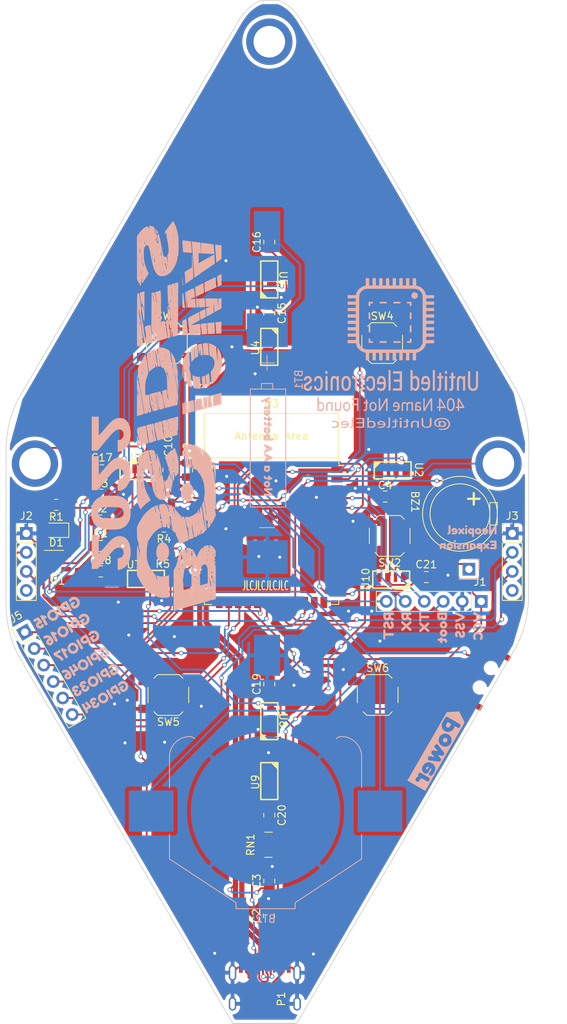
<source format=kicad_pcb>
(kicad_pcb (version 20220225) (generator pcbnew)
  (layers (0 "F.Cu" signal) (31 "B.Cu" signal) (34 "B.Paste" user) (35 "F.Paste" user) (36 "B.SilkS" user "B.Silkscreen") (37 "F.SilkS" user "F.Silkscreen") (38 "B.Mask" user) (39 "F.Mask" user) (44 "Edge.Cuts" user))
  (net 0 "")
  (net 1 "VDDA")
  (net 2 "VSS")
  (net 3 "/D+")
  (net 4 "/D-")
  (net 5 "VCC")
  (net 6 "Reset")
  (net 7 "Net-(D1-K)")
  (net 8 "Net-(D1-A)")
  (net 9 "/SK6812")
  (net 10 "TX")
  (net 11 "RX")
  (net 12 "1")
  (net 13 "2")
  (net 14 "3")
  (net 15 "4")
  (net 16 "5")
  (net 17 "6")
  (net 18 "7")
  (net 19 "8")
  (net 20 "9")
  (net 21 "10")
  (net 22 "VBUS")
  (net 25 "Net-(U1-PROG)")
  (net 30 "Net-(J4-Pin_1)")
  (net 31 "TopLeft")
  (net 32 "TopRight")
  (net 33 "BottomLeft")
  (net 34 "BottomRight")
  (net 35 "LeftOne")
  (net 36 "LeftTwo")
  (net 37 "RightOne")
  (net 38 "RightTwo")
  (net 39 "Buzzer")
  (net 46 "Net-(J10-Pin_1)")
  (net 47 "Net-(J11-Pin_1)")
  (net 48 "Net-(J12-Pin_1)")
  (net 49 "Net-(J13-Pin_1)")
  (net 50 "Net-(J14-Pin_1)")
  (net 51 "Net-(P1-CC)")
  (net 52 "Net-(P1-VCONN)")
  (net 53 "Net-(U3-GPIO18/U1RXD/ADC2_CH7/DAC_2/CLK_OUT3)")
  (net 54 "Net-(U4-Dout)")
  (net 55 "Net-(U2-Dout)")
  (net 56 "Net-(U5-Dout)")
  (net 57 "Net-(U6-Dout)")
  (net 58 "Net-(U8-Dout)")
  (net 59 "Net-(U7-Dout)")
  (net 60 "Extra")
  (net 64 "Net-(U10-Din)")
  (footprint "Resistor_SMD:R_0805_2012Metric" (layer "F.Cu") (at 127.3375 106.75)
    (fp_text reference "R5")
    (fp_text value "10k DNP")
  )
  (footprint "Connector_PinHeader_2.54mm:PinHeader_1x04_P2.54mm_Vertical" (layer "F.Cu") (at 174 104.42)
    (fp_text reference "J3")
    (fp_text value "Right_Out")
  )
  (footprint "Capacitor_SMD:C_0805_2012Metric" (layer "F.Cu") (at 141.5 124.55 90)
    (fp_text reference "C19")
    (fp_text value "100nF")
  )
  (footprint "Capacitor_SMD:C_0805_2012Metric" (layer "F.Cu") (at 141.5 150.85 90)
    (fp_text reference "C3")
    (fp_text value "20pF")
  )
  (footprint "Bsides22:SK6812_Side" (layer "F.Cu") (at 141.4125 139.8125 90)
    (fp_text reference "U9")
    (fp_text value "SK6812_Side")
  )
  (footprint "cafebabe:SMD Spacer M2.5" (layer "F.Cu") (at 141.6 38.75)
    (fp_text reference "J6" hide)
    (fp_text value "Conn_01x01")
  )
  (footprint "Capacitor_SMD:C_0805_2012Metric" (layer "F.Cu") (at 157 99.5)
    (fp_text reference "C4")
    (fp_text value "100nF")
  )
  (footprint "Bsides22:CapSense" (layer "F.Cu") (at 172.25 99.1)
    (fp_text reference "J13" hide)
    (fp_text value "Cap Sense")
  )
  (footprint "Capacitor_SMD:C_0805_2012Metric" (layer "F.Cu") (at 119.1 96 180)
    (fp_text reference "C17")
    (fp_text value "100nF")
  )
  (footprint "Resistor_SMD:R_0805_2012Metric" (layer "F.Cu") (at 118.9 102.7 180)
    (fp_text reference "R2")
    (fp_text value "Charger Bypass DNP")
  )
  (footprint "Resistor_SMD:R_Array_Convex_4x0603" (layer "F.Cu") (at 141.4 146)
    (fp_text reference "RN1")
    (fp_text value "5.1k")
  )
  (footprint "Resistor_SMD:R_0805_2012Metric" (layer "F.Cu") (at 113 100.6)
    (fp_text reference "R1")
    (fp_text value "1k DNP")
  )
  (footprint "Capacitor_SMD:C_0805_2012Metric" (layer "F.Cu") (at 128 95.95 90)
    (fp_text reference "C10")
    (fp_text value "22uF")
  )
  (footprint "cafebabe:SMD Spacer M2.5" (layer "F.Cu") (at 172.25 95.1)
    (fp_text reference "J8" hide)
    (fp_text value "Conn_01x01")
  )
  (footprint "Resistor_SMD:R_0805_2012Metric" (layer "F.Cu") (at 119 99.25 180)
    (fp_text reference "R3")
    (fp_text value "2.5k")
  )
  (footprint "BadgePirates:USB_C_Receptical-Jing" (layer "F.Cu") (at 140.9 163.1)
    (fp_text reference "P1")
    (fp_text value "USB_C_Plug_corrected")
  )
  (footprint "Package_TO_SOT_SMD:SOT-23-5" (layer "F.Cu") (at 113.2 108.25)
    (fp_text reference "U1")
    (fp_text value "HX4055M")
  )
  (footprint "Resistor_SMD:R_0805_2012Metric" (layer "F.Cu") (at 127.4125 103.5 180)
    (fp_text reference "R4")
    (fp_text value "1k")
  )
  (footprint "Button_Switch_SMD:SW_SPST_SKQG_WithoutStem" (layer "F.Cu") (at 156.6 79)
    (fp_text reference "SW4")
    (fp_text value "SW_Push")
  )
  (footprint "Connector_PinHeader_2.54mm:PinHeader_1x06_P2.54mm_Vertical" (layer "F.Cu") (at 108.7875 117.60566 30)
    (fp_text reference "J5")
    (fp_text value "Conn_01x06")
  )
  (footprint "Bsides22:FUET-9032-Buzzer" (layer "F.Cu") (at 167 97.8 -90)
    (fp_text reference "BZ1")
    (fp_text value "Buzzer")
  )
  (footprint "Bsides22:SK6812_Side" (layer "F.Cu") (at 141.4125 81.8125 90)
    (fp_text reference "U4")
    (fp_text value "SK6812_Side")
  )
  (footprint "BreadBoardPwr:SK-3296S_switch" (layer "F.Cu") (at 170.4 123.7 -120)
    (fp_text reference "SW1" hide)
    (fp_text value "SW_SPDT")
  )
  (footprint "Capacitor_SMD:C_0805_2012Metric" (layer "F.Cu") (at 141.5 75 -90)
    (fp_text reference "C15")
    (fp_text value "100nF")
  )
  (footprint "Bsides22:SK6812_Side" (layer "F.Cu") (at 121.6875 96)
    (fp_text reference "U6")
    (fp_text value "SK6812_Side")
  )
  (footprint "Capacitor_SMD:C_0805_2012Metric" (layer "F.Cu") (at 118.95 106.1)
    (fp_text reference "C1")
    (fp_text value "10uF")
  )
  (footprint "Espressif:ESP32-S2-SOLO" (layer "F.Cu") (at 141.8 104.15)
    (fp_text reference "U3")
    (fp_text value "ESP32-S2-SOLO")
  )
  (footprint "Capacitor_SMD:C_0805_2012Metric" (layer "F.Cu") (at 162.5 110.25)
    (fp_text reference "C21")
    (fp_text value "100nF")
  )
  (footprint "Capacitor_SMD:C_0805_2012Metric" (layer "F.Cu") (at 141.45 155.5 90)
    (fp_text reference "C2")
    (fp_text value "20pF")
  )
  (footprint "Capacitor_SMD:C_0805_2012Metric" (layer "F.Cu") (at 141.5 65.5 90)
    (fp_text reference "C16")
    (fp_text value "100nF")
  )
  (footprint "Capacitor_SMD:C_0805_2012Metric" (layer "F.Cu") (at 118.95 109.5 180)
    (fp_text reference "C18")
    (fp_text value "100nF")
  )
  (footprint "LED_SMD:LED_0805_2012Metric" (layer "F.Cu") (at 113 104 180)
    (fp_text reference "D1")
    (fp_text value "LED DNP")
  )
  (footprint "Capacitor_SMD:C_0805_2012Metric" (layer "F.Cu") (at 127.45 100.5 180)
    (fp_text reference "C7")
    (fp_text value "100nF")
  )
  (footprint "Connector_PinHeader_2.54mm:PinHeader_1x04_P2.54mm_Vertical" (layer "F.Cu") (at 109 104.42)
    (fp_text reference "J2")
    (fp_text value "Left_IN")
  )
  (footprint "Button_Switch_SMD:SW_SPST_SKQG_WithoutStem" (layer "F.Cu") (at 157.6 104.75 180)
    (fp_text reference "SW2")
    (fp_text value "SW_Push")
  )
  (footprint "Bsides22:CapSense" (layer "F.Cu") (at 110.25 99.1)
    (fp_text reference "J12" hide)
    (fp_text value "Cap Sense")
  )
  (footprint "Capacitor_SMD:C_0805_2012Metric" (layer "F.Cu") (at 141.5 142.05 -90)
    (fp_text reference "C20")
    (fp_text value "100nF")
  )
  (footprint "Bsides22:SK6812_Side" (layer "F.Cu") (at 141.5875 68.1875 -90)
    (fp_text reference "U5")
    (fp_text value "SK6812_Side")
  )
  (footprint "Bsides22:SK6812_Side" (layer "F.Cu") (at 141.5875 127.1875 -90)
    (fp_text reference "U8")
    (fp_text value "SK6812_Side")
  )
  (footprint "cafebabe:SMD Spacer M2.5" (layer "F.Cu") (at 110.25 95.1)
    (fp_text reference "J9" hide)
    (fp_text value "Conn_01x01")
  )
  (footprint "Bsides22:SK6812_Side" (layer "F.Cu") (at 160.3125 96.0875 180)
    (fp_text reference "U2")
    (fp_text value "SK6812_Side")
  )
  (footprint "Button_Switch_SMD:SW_SPST_SKQG_WithoutStem" (layer "F.Cu") (at 128 126 180)
    (fp_text reference "SW5")
    (fp_text value "SW_Push")
  )
  (footprint "Capacitor_SMD:C_0805_2012Metric" (layer "F.Cu") (at 130.5 95.95 90)
    (fp_text reference "C9")
    (fp_text value "100nF")
  )
  (footprint "Bsides22:SK6812_Side" (layer "F.Cu") (at 122.6875 110.4125)
    (fp_text reference "U7")
    (fp_text value "SK6812_Side")
  )
  (footprint "Button_Switch_SMD:SW_SPST_SKQG_WithoutStem" (layer "F.Cu") (at 156 126)
    (fp_text reference "SW6")
    (fp_text value "SW_Push")
  )
  (footprint "Connector_PinHeader_2.54mm:PinHeader_1x06_P2.54mm_Vertical" (layer "F.Cu") (at 169.85 113.5 -90)
    (fp_text reference "J1")
    (fp_text value "Program")
  )
  (footprint "Bsides22:SK6812_Side" (layer "F.Cu") (at 155.5 110.5)
    (fp_text reference "U10")
    (fp_text value "SK6812_Side")
  )
  (footprint "Button_Switch_SMD:SW_SPST_SKQG_WithoutStem" (layer "F.Cu") (at 127.8 79)
    (fp_text reference "SW3")
    (fp_text value "SW_Push")
  )
  (footprint "Bsides22:CapSense" (layer "B.Cu") (at 132.6 86 180)
    (fp_text reference "J11" hide)
    (fp_text value "Cap Sense")
  )
  (footprint "cafebabe:UELogoAbove" (layer "B.Cu") (at 158 79.4 180)
    (fp_text reference "Ref**" hide)
    (fp_text value "Val**" hide)
  )
  (footprint "Tests:Dongguan14500" (layer "B.Cu") (at 141.2 92.4 -90)
    (fp_text reference "BT1")
    (fp_text value "Battery_Cell")
  )
  (footprint "kibuzzard-623F4981" (layer "B.Cu") (at 168.1 105.1 180)
    (fp_text reference "kibuzzard-623F4981" hide)
    (fp_text value "G***" hide)
  )
  (footprint "kibuzzard-623F48F6" (layer "B.Cu") (at 116.3 120.6 -150)
    (fp_text reference "kibuzzard-623F48F6" hide)
    (fp_text value "G***" hide)
  )
  (footprint "kibuzzard-623F49DD" (layer "B.Cu") (at 141.2 92.8 90)
    (fp_text reference "kibuzzard-623F49DD" hide)
    (fp_text value "G***" hide)
  )
  (footprint "kibuzzard-623F47EC" (layer "B.Cu") (at 163.4 117 -90)
    (fp_text reference "kibuzzard-623F47EC" hide)
    (fp_text value "G***" hide)
  )
  (footprint "Bsides22:BackLogo" (layer "B.Cu") (at 181.080113 54.10125 90)
    (fp_text reference "Ref**" hide)
    (fp_text value "Val**" hide)
  )
  (footprint "Battery:BatteryHolder_Keystone_3008_1x2450" (layer "B.Cu") (at 141 141.5)
    (fp_text reference "BT2")
    (fp_text value "Battery_Cell")
  )
  (footprint "Connector_PinHeader_2.54mm:PinHeader_1x01_P2.54mm_Vertical" (layer "B.Cu") (at 168.2 109.2 180)
    (fp_text reference "J14" hide)
    (fp_text value "Neopixel Expansion")
  )
  (footprint "kibuzzard-623F4E8E" (layer "B.Cu") (at 164.030452 133.154322 -120)
    (fp_text reference "kibuzzard-623F4E8E" hide)
    (fp_text value "G***" hide)
  )
  (gr_line (start 145.1645 35.0535) (end 144.7855 34.6132) (stroke (width 0.1)) (layer "Edge.Cuts"))
  (gr_line (start 175.5785 87.7526) (end 175.4255 87.2725) (stroke (width 0.1)) (layer "Edge.Cuts"))
  (gr_line (start 107.4247 119.641) (end 107.6224 120.082) (stroke (width 0.1)) (layer "Edge.Cuts"))
  (gr_line (start 106.292 93.1197) (end 106.2923 93.2206) (stroke (width 0.1)) (layer "Edge.Cuts"))
  (gr_line (start 176.1865 113.0674) (end 176.1925 92.975) (stroke (width 0.1)) (layer "Edge.Cuts"))
  (gr_line (start 175.8325 88.7414) (end 175.7135 88.2424) (stroke (width 0.1)) (layer "Edge.Cuts"))
  (gr_line (start 106.3515 115.2265) (end 106.4077 115.7453) (stroke (width 0.1)) (layer "Edge.Cuts"))
  (gr_line (start 176.1455 90.8136) (end 176.0915 90.2855) (stroke (width 0.1)) (layer "Edge.Cuts"))
  (gr_line (start 106.9254 118.247) (end 107.0762 118.722) (stroke (width 0.1)) (layer "Edge.Cuts"))
  (gr_line (start 107.495 87.3589) (end 107.3295 87.7564) (stroke (width 0.1)) (layer "Edge.Cuts"))
  (gr_line (start 144.7855 34.6132) (end 144.3929 34.2273) (stroke (width 0.1)) (layer "Edge.Cuts"))
  (gr_line (start 106.5675 116.767) (end 106.671 117.269) (stroke (width 0.1)) (layer "Edge.Cuts"))
  (gr_line (start 143.9879 33.896) (end 143.5727 33.6191) (stroke (width 0.1)) (layer "Edge.Cuts"))
  (gr_line (start 175.4315 117.444) (end 175.6755 116.611) (stroke (width 0.1)) (layer "Edge.Cuts"))
  (gr_line (start 144.3929 34.2273) (end 143.9879 33.896) (stroke (width 0.1)) (layer "Edge.Cuts"))
  (gr_line (start 107.2426 119.187) (end 107.4247 119.641) (stroke (width 0.1)) (layer "Edge.Cuts"))
  (gr_line (start 106.4433 91.2422) (end 106.3433 92.1742) (stroke (width 0.1)) (layer "Edge.Cuts"))
  (gr_line (start 175.4255 87.2725) (end 175.2575 86.8028) (stroke (width 0.1)) (layer "Edge.Cuts"))
  (gr_line (start 106.4077 115.7453) (end 106.4797 116.2592) (stroke (width 0.1)) (layer "Edge.Cuts"))
  (gr_line (start 106.789 89.4402) (end 106.5918 90.3291) (stroke (width 0.1)) (layer "Edge.Cuts"))
  (gr_line (start 138.7876 34.2273) (end 138.3948 34.6132) (stroke (width 0.1)) (layer "Edge.Cuts"))
  (gr_line (start 106.671 117.269) (end 106.7904 117.762) (stroke (width 0.1)) (layer "Edge.Cuts"))
  (gr_line (start 143.1491 33.3966) (end 142.719 33.2286) (stroke (width 0.1)) (layer "Edge.Cuts"))
  (gr_line (start 176.0915 90.2855) (end 176.0225 89.7636) (stroke (width 0.1)) (layer "Edge.Cuts"))
  (gr_line (start 106.3111 114.7037) (end 106.3515 115.2265) (stroke (width 0.1)) (layer "Edge.Cuts"))
  (gr_line (start 106.2779 113.6501) (end 106.2866 114.178) (stroke (width 0.1)) (layer "Edge.Cuts"))
  (gr_line (start 137.6526 35.5483) (end 137.3069 36.0977) (stroke (width 0.1)) (layer "Edge.Cuts"))
  (gr_line (start 176.1815 91.3473) (end 176.1455 90.8136) (stroke (width 0.1)) (layer "Edge.Cuts"))
  (gr_line (start 107.8358 120.509) (end 108.0648 120.923) (stroke (width 0.1)) (layer "Edge.Cuts"))
  (gr_line (start 106.5918 90.3291) (end 106.4433 91.2422) (stroke (width 0.1)) (layer "Edge.Cuts"))
  (gr_line (start 145.1795 169.868) (end 174.4205 119.732) (stroke (width 0.1)) (layer "Edge.Cuts"))
  (gr_line (start 174.8045 119.01) (end 175.1415 118.246) (stroke (width 0.1)) (layer "Edge.Cuts"))
  (gr_line (start 107.8627 86.5969) (end 107.6728 86.9722) (stroke (width 0.1)) (layer "Edge.Cuts"))
  (gr_line (start 139.1925 33.896) (end 138.7876 34.2273) (stroke (width 0.1)) (layer "Edge.Cuts"))
  (gr_line (start 140.0311 33.3966) (end 139.6076 33.6191) (stroke (width 0.1)) (layer "Edge.Cuts"))
  (gr_line (start 175.8735 115.7506) (end 176.0235 114.8696) (stroke (width 0.1)) (layer "Edge.Cuts"))
  (gr_line (start 174.4205 119.732) (end 174.6185 119.377) (stroke (width 0.1)) (layer "Edge.Cuts"))
  (gr_line (start 140.4613 33.2286) (end 140.0311 33.3966) (stroke (width 0.1)) (layer "Edge.Cuts"))
  (gr_line (start 108.0648 120.923) (end 136.6119 169.868) (stroke (width 0.1)) (layer "Edge.Cuts"))
  (gr_line (start 145.5285 35.5483) (end 145.1645 35.0535) (stroke (width 0.1)) (layer "Edge.Cuts"))
  (gr_line (start 107.0349 88.5808) (end 106.789 89.4402) (stroke (width 0.1)) (layer "Edge.Cuts"))
  (gr_line (start 106.2923 93.2206) (end 106.2852 113.1211) (stroke (width 0.1)) (layer "Edge.Cuts"))
  (gr_line (start 174.4215 85.0425) (end 174.4205 85.0425) (stroke (width 0.1)) (layer "Edge.Cuts"))
  (gr_line (start 138.0159 35.0535) (end 137.6526 35.5483) (stroke (width 0.1)) (layer "Edge.Cuts"))
  (gr_line (start 107.0762 118.722) (end 107.2426 119.187) (stroke (width 0.1)) (layer "Edge.Cuts"))
  (gr_line (start 107.3295 87.7564) (end 107.0349 88.5808) (stroke (width 0.1)) (layer "Edge.Cuts"))
  (gr_line (start 176.2055 92.4287) (end 176.2025 91.8859) (stroke (width 0.1)) (layer "Edge.Cuts"))
  (gr_line (start 139.6076 33.6191) (end 139.1925 33.896) (stroke (width 0.1)) (layer "Edge.Cuts"))
  (gr_line (start 175.7135 88.2424) (end 175.5785 87.7526) (stroke (width 0.1)) (layer "Edge.Cuts"))
  (gr_line (start 174.6545 85.4634) (end 174.4215 85.0425) (stroke (width 0.1)) (layer "Edge.Cuts"))
  (gr_line (start 145.8735 36.0977) (end 145.5285 35.5483) (stroke (width 0.1)) (layer "Edge.Cuts"))
  (gr_line (start 106.7904 117.762) (end 106.9254 118.247) (stroke (width 0.1)) (layer "Edge.Cuts"))
  (gr_line (start 175.6755 116.611) (end 175.8735 115.7506) (stroke (width 0.1)) (layer "Edge.Cuts"))
  (gr_line (start 175.0725 86.3443) (end 174.8715 85.8976) (stroke (width 0.1)) (layer "Edge.Cuts"))
  (gr_line (start 108.0648 86.2337) (end 107.8627 86.5969) (stroke (width 0.1)) (layer "Edge.Cuts"))
  (gr_line (start 176.1925 92.975) (end 176.2055 92.4287) (stroke (width 0.1)) (layer "Edge.Cuts"))
  (gr_line (start 107.6728 86.9722) (end 107.495 87.3589) (stroke (width 0.1)) (layer "Edge.Cuts"))
  (gr_line (start 106.3433 92.1742) (end 106.292 93.1197) (stroke (width 0.1)) (layer "Edge.Cuts"))
  (gr_line (start 142.719 33.2286) (end 140.4613 33.2286) (stroke (width 0.1)) (layer "Edge.Cuts"))
  (gr_line (start 107.6224 120.082) (end 107.8358 120.509) (stroke (width 0.1)) (layer "Edge.Cuts"))
  (gr_line (start 176.1285 113.9733) (end 176.1865 113.0674) (stroke (width 0.1)) (layer "Edge.Cuts"))
  (gr_line (start 106.2866 114.178) (end 106.3111 114.7037) (stroke (width 0.1)) (layer "Edge.Cuts"))
  (gr_line (start 175.2575 86.8028) (end 175.0725 86.3443) (stroke (width 0.1)) (layer "Edge.Cuts"))
  (gr_line (start 137.3069 36.0977) (end 108.0648 86.2337) (stroke (width 0.1)) (layer "Edge.Cuts"))
  (gr_line (start 174.4205 85.0425) (end 174.4205 85.0425) (stroke (width 0.1)) (layer "Edge.Cuts"))
  (gr_line (start 174.4205 85.0425) (end 145.8735 36.0977) (stroke (width 0.1)) (layer "Edge.Cuts"))
  (gr_line (start 174.6185 119.377) (end 174.8045 119.01) (stroke (width 0.1)) (layer "Edge.Cuts"))
  (gr_line (start 145.1795 169.868) (end 136.6119 169.868) (stroke (width 0.15)) (layer "Edge.Cuts"))
  (gr_line (start 174.8715 85.8976) (end 174.6545 85.4634) (stroke (width 0.1)) (layer "Edge.Cuts"))
  (gr_line (start 175.1415 118.246) (end 175.4315 117.444) (stroke (width 0.1)) (layer "Edge.Cuts"))
  (gr_line (start 176.2025 91.8859) (end 176.1815 91.3473) (stroke (width 0.1)) (layer "Edge.Cuts"))
  (gr_line (start 106.4797 116.2592) (end 106.5675 116.767) (stroke (width 0.1)) (layer "Edge.Cuts"))
  (gr_line (start 176.0225 89.7636) (end 175.9355 89.2486) (stroke (width 0.1)) (layer "Edge.Cuts"))
  (gr_line (start 175.9355 89.2486) (end 175.8325 88.7414) (stroke (width 0.1)) (layer "Edge.Cuts"))
  (gr_line (start 176.0235 114.8696) (end 176.1285 113.9733) (stroke (width 0.1)) (layer "Edge.Cuts"))
  (gr_line (start 138.3948 34.6132) (end 138.0159 35.0535) (stroke (width 0.1)) (layer "Edge.Cuts"))
  (gr_line (start 106.2852 113.1211) (end 106.2779 113.6501) (stroke (width 0.1)) (layer "Edge.Cuts"))
  (gr_line (start 143.5727 33.6191) (end 143.1491 33.3966) (stroke (width 0.1)) (layer "Edge.Cuts"))
  (gr_text "JLCJLCJLCJLC" (at 141 111.4) (layer "F.SilkS") (effects (font (size 1.2 0.6) (thickness 0.15) bold)))
  (segment (start 117.9875 106.0875) (end 118 106.1) (width 0.25) (layer "F.Cu") (net 1))
  (segment (start 118 106.1) (end 115.7 108.4) (width 0.25) (layer "F.Cu") (net 1))
  (segment (start 117.9875 102.7) (end 117.9875 106.0875) (width 0.25) (layer "F.Cu") (net 1))
  (segment (start 115.7 108.4) (end 113.4 108.4) (width 0.25) (layer "F.Cu") (net 1))
  (segment (start 112.1 109.7) (end 112.1 112.2) (width 0.25) (layer "F.Cu") (net 1))
  (segment (start 169.684696 120.688943) (end 167.988943 120.688943) (width 0.25) (layer "F.Cu") (net 1))
  (segment (start 113.4 108.4) (end 112.1 109.7) (width 0.25) (layer "F.Cu") (net 1))
  (segment (start 167.988943 120.688943) (end 167.6 120.3) (width 0.25) (layer "F.Cu") (net 1))
  (via (at 112.1 112.2) (size 0.6) (drill 0.4) (layers "F.Cu" "B.Cu") (net 1))
  (via (at 167.6 120.3) (size 0.6) (drill 0.4) (layers "F.Cu" "B.Cu") (net 1))
  (segment (start 145.6 68.5) (end 145.6 72.9) (width 0.25) (layer "B.Cu") (net 1))
  (segment (start 136.2 128.1) (end 149.1 128.1) (width 0.25) (layer "B.Cu") (net 1))
  (segment (start 156.3 122.1) (end 155.7 121.5) (width 0.25) (layer "B.Cu") (net 1))
  (segment (start 125.7 141.6) (end 125.7 138.6) (width 0.25) (layer "B.Cu") (net 1))
  (segment (start 155.7 121.5) (end 154.5 120.3) (width 0.25) (layer "B.Cu") (net 1))
  (segment (start 141.225 77.275) (end 128.125 77.275) (width 0.25) (layer "B.Cu") (net 1))
  (segment (start 149.1 128.1) (end 155.7 121.5) (width 0.25) (layer "B.Cu") (net 1))
  (segment (start 150.9 116.7) (end 146.4 112.2) (width 0.25) (layer "B.Cu") (net 1))
  (segment (start 117.34952 106.95048) (end 112.1 112.2) (width 0.25) (layer "B.Cu") (net 1))
  (segment (start 156.3 141.6) (end 156.3 122.1) (width 0.25) (layer "B.Cu") (net 1))
  (segment (start 141.2 64.1) (end 145.6 68.5) (width 0.25) (layer "B.Cu") (net 1))
  (segment (start 167.6 120.3) (end 154.5 120.3) (width 0.25) (layer "B.Cu") (net 1))
  (segment (start 128.125 77.275) (end 122.724511 82.675489) (width 0.25) (layer "B.Cu") (net 1))
  (segment (start 125.7 138.6) (end 136.2 128.1) (width 0.25) (layer "B.Cu") (net 1))
  (segment (start 122.724511 82.675489) (end 122.724511 96.658682) (width 0.25) (layer "B.Cu") (net 1))
  (segment (start 146.4 112.2) (end 112.1 112.2) (width 0.25) (layer "B.Cu") (net 1))
  (segment (start 145.6 72.9) (end 141.225 77.275) (width 0.25) (layer "B.Cu") (net 1))
  (segment (start 117.34952 102.033673) (end 117.34952 106.95048) (width 0.25) (layer "B.Cu") (net 1))
  (segment (start 122.724511 96.658682) (end 117.34952 102.033673) (width 0.25) (layer "B.Cu") (net 1))
  (segment (start 154.5 120.3) (end 150.9 116.7) (width 0.25) (layer "B.Cu") (net 1))
  (segment (start 141.2125 77.9375) (end 141.1375 77.9375) (width 0.25) (layer "F.Cu") (net 2))
  (segment (start 131.1 127.85) (end 132.053069 127.85) (width 0.25) (layer "F.Cu") (net 2))
  (segment (start 141.9 149.5) (end 141.5 149.9) (width 0.25) (layer "F.Cu") (net 2))
  (segment (start 137.825 162.4) (end 137.28 162.4) (width 0.25) (layer "F.Cu") (net 2))
  (segment (start 160.40048 108.94952) (end 162.14952 108.94952) (width 0.25) (layer "F.Cu") (net 2))
  (segment (start 137.95 64.55) (end 135.7 66.8) (width 0.25) (layer "F.Cu") (net 2))
  (segment (start 131.39 95.89) (end 130.5 95) (width 0.25) (layer "F.Cu") (net 2))
  (segment (start 110.4 107.660536) (end 110.4 105.82) (width 0.25) (layer "F.Cu") (net 2))
  (segment (start 141.2375 72.0625) (end 139.9 73.4) (width 0.25) (layer "F.Cu") (net 2))
  (segment (start 143.975 162.4) (end 144.52 162.4) (width 0.25) (layer "F.Cu") (net 2))
  (segment (start 135.7 66.8) (end 135.7 68) (width 0.25) (layer "F.Cu") (net 2))
  (segment (start 141.7875 72.0625) (end 141.2375 72.0625) (width 0.25) (layer "F.Cu") (net 2))
  (segment (start 159.375 110.3) (end 159.375 109.975) (width 0.25) (layer "F.Cu") (net 2))
  (segment (start 141.1375 77.9375) (end 139.9 76.7) (width 0.25) (layer "F.Cu") (net 2))
  (segment (start 141.9 148.9) (end 141.9 149.5) (width 0.25) (layer "F.Cu") (net 2))
  (segment (start 162.14952 108.94952) (end 163.45 110.25) (width 0.25) (layer "F.Cu") (net 2))
  (segment (start 139.9 76.7) (end 139.9 74.2) (width 0.25) (layer "F.Cu") (net 2))
  (segment (start 111.6125 108.25) (end 110.989464 108.25) (width 0.25) (layer "F.Cu") (net 2))
  (segment (start 137.28 162.4) (end 136.58 163.1) (width 0.25) (layer "F.Cu") (net 2))
  (segment (start 154.9 97.825) (end 154.9 102.4) (width 0.25) (layer "F.Cu") (net 2))
  (segment (start 110.989464 108.25) (end 110.4 107.660536) (width 0.25) (layer "F.Cu") (net 2))
  (segment (start 154.9 102.4) (end 155.4 102.9) (width 0.25) (layer "F.Cu") (net 2))
  (segment (start 139.9 73.4) (end 139.9 74.2) (width 0.25) (layer "F.Cu") (net 2))
  (segment (start 132.053069 127.85) (end 132.402046 127.501023) (width 0.25) (layer "F.Cu") (net 2))
  (segment (start 156.4375 96.2875) (end 154.9 97.825) (width 0.25) (layer "F.Cu") (net 2))
  (segment (start 144.52 162.4) (end 145.22 163.1) (width 0.25) (layer "F.Cu") (net 2))
  (segment (start 110.4 105.82) (end 109 104.42) (width 0.25) (layer "F.Cu") (net 2))
  (segment (start 159.375 109.975) (end 160.40048 108.94952) (width 0.25) (layer "F.Cu") (net 2))
  (segment (start 133.05 95.89) (end 131.39 95.89) (width 0.25) (layer "F.Cu") (net 2))
  (segment (start 141.5 64.55) (end 137.95 64.55) (width 0.25) (layer "F.Cu") (net 2))
  (via (at 140 130.6) (size 0.6) (drill 0.4) (layers "F.Cu" "B.Cu") (net 2))
  (via (at 136.5 79.5) (size 0.6) (drill 0.4) (layers "F.Cu" "B.Cu") (net 2))
  (via (at 135.8 96.8) (size 0.6) (drill 0.4) (layers "F.Cu" "B.Cu") (net 2))
  (via (at 141.4 133.7) (size 0.6) (drill 0.4) (layers "F.Cu" "B.Cu") (net 2))
  (via (at 152.7 102.8) (size 0.6) (drill 0.4) (layers "F.Cu" "B.Cu") (net 2))
  (via (at 166.2 115) (size 0.6) (drill 0.4) (layers "F.Cu" "B.Cu") (net 2))
  (via (at 155.2 114.8) (size 0.6) (drill 0.4) (layers "F.Cu" "B.Cu") (net 2))
  (via (at 127.5 132.3) (size 0.6) (drill 0.4) (layers "F.Cu" "B.Cu") (net 2))
  (via (at 128.8 118.2) (size 0.6) (drill 0.4) (layers "F.Cu" "B.Cu") (net 2))
  (via (at 122.5 126.7) (size 0.6) (drill 0.4) (layers "F.Cu" "B.Cu") (net 2))
  (via (at 120.8 127.2) (size 0.6) (drill 0.4) (layers "F.Cu" "B.Cu") (net 2))
  (via (at 153 98.4) (size 0.6) (drill 0.4) (layers "F.Cu" "B.Cu") (net 2))
  (via (at 121.9 106.1) (size 0.6) (drill 0.4) (layers "F.Cu" "B.Cu") (net 2))
  (via (at 122 99.2) (size 0.6) (drill 0.4) (layers "F.Cu" "B.Cu") (net 2))
  (via (at 147.8 99.6) (size 0.6) (drill 0.4) (layers "F.Cu" "B.Cu") (net 2))
  (via (at 134.2 160.5) (size 0.6) (drill 0.4) (layers "F.Cu" "B.Cu") (net 2))
  (via (at 130.6 101.1) (size 0.6) (drill 0.4) (layers "F.Cu" "B.Cu") (net 2))
  (via (at 142.4 97.4) (size 0.6) (drill 0.4) (layers "F.Cu" "B.Cu") (net 2))
  (via (at 142.9 107.6) (size 0.6) (drill 0.4) (layers "F.Cu" "B.Cu") (net 2))
  (via (at 139.6 83.1) (size 0.6) (drill 0.4) (layers "F.Cu" "B.Cu") (net 2))
  (via (at 139.9 74.2) (size 0.6) (drill 0.4) (layers "F.Cu" "B.Cu") (net 2))
  (via (at 122.7 118) (size 0.6) (drill 0.4) (layers "F.Cu" "B.Cu") (net 2))
  (via (at 152.1 114.8) (size 0.6) (drill 0.4) (layers "F.Cu" "B.Cu") (net 2))
  (via (at 126.9 108.4) (size 0.6) (drill 0.4) (layers "F.Cu" "B.Cu") (net 2))
  (via (at 144.8 124.7) (size 0.6) (drill 0.4) (layers "F.Cu" "B.Cu") (net 2))
  (via (at 132.402046 127.501023) (size 0.6) (drill 0.4) (layers "F.Cu" "B.Cu") (net 2))
  (via (at 127.1 113.4) (size 0.6) (drill 0.4) (layers "F.Cu" "B.Cu") (net 2))
  (via (at 138.2 100.9) (size 0.6) (drill 0.4) (layers "F.Cu" "B.Cu") (net 2))
  (via (at 152.6 95.8) (size 0.6) (drill 0.4) (layers "F.Cu" "B.Cu") (net 2))
  (via (at 154.8 98.5) (size 0.6) (drill 0.4) (layers "F.Cu" "B.Cu") (net 2))
  (via (at 154.8 93.2) (size 0.6) (drill 0.4) (layers "F.Cu" "B.Cu") (net 2))
  (via (at 156.3 118.8) (size 0.6) (drill 0.4) (layers "F.Cu" "B.Cu") (net 2))
  (via (at 151.4 122.6) (size 0.6) (drill 0.4) (layers "F.Cu" "B.Cu") (net 2))
  (via (at 147.4 160.6) (size 0.6) (drill 0.4) (layers "F.Cu" "B.Cu") (net 2))
  (via (at 127.9 98.6) (size 0.6) (drill 0.4) (layers "F.Cu" "B.Cu") (net 2))
  (via (at 117.9 107.7) (size 0.6) (drill 0.4) (layers "F.Cu" "B.Cu") (net 2))
  (via (at 121.3 113.6) (size 0.6) (drill 0.4) (layers "F.Cu" "B.Cu") (net 2))
  (via (at 135.7 68) (size 0.6) (drill 0.4) (layers "F.Cu" "B.Cu") (net 2))
  (via (at 135.7 103.8) (size 0.6) (drill 0.4) (layers "F.Cu" "B.Cu") (net 2))
  (via (at 122.2 132.4) (size 0.6) (drill 0.4) (layers "F.Cu" "B.Cu") (net 2))
  (via (at 154.9 95.9) (size 0.6) (drill 0.4) (layers "F.Cu" "B.Cu") (net 2))
  (via (at 143.1 72.9) (size 0.6) (drill 0.4) (layers "F.Cu" "B.Cu") (net 2))
  (via (at 165.4 110) (size 0.6) (drill 0.4) (layers "F.Cu" "B.Cu") (net 2))
  (via (at 141.9 148.9) (size 0.6) (drill 0.4) (layers "F.Cu" "B.Cu") (net 2))
  (via (at 139.3 124.7) (size 0.6) (drill 0.4) (layers "F.Cu" "B.Cu") (net 2))
  (via (at 141.4 153.2) (size 0.6) (drill 0.4) (layers "F.Cu" "B.Cu") (net 2))
  (via (at 140.1 107.5) (size 0.6) (drill 0.4) (layers "F.Cu" "B.Cu") (net 2))
  (segment (start 152.6 95.4) (end 154.8 93.2) (width 0.25) (layer "B.Cu") (net 2))
  (segment (start 152.6 95.8) (end 152.6 95.4) (width 0.25) (layer "B.Cu") (net 2))
  (segment (start 141.65 161.21135) (end 141.233526 160.794876) (width 0.25) (layer "F.Cu") (net 3))
  (segment (start 140.65 163.5245) (end 140.7255 163.6) (width 0.25) (layer "F.Cu") (net 3))
  (segment (start 137.8262 121.123462) (end 137.8262 155.623462) (width 0.7) (layer "F.Cu") (net 3))
  (segment (start 133.05 116.347262) (end 137.8262 121.123462) (width 0.7) (layer "F.Cu") (net 3))
  (segment (start 141.700489 163.425989) (end 141.700489 162.450489) (width 0.25) (layer "F.Cu") (net 3))
  (segment (start 141.45 156.45) (end 140.151369 157.748631) (width 0.25) (layer "F.Cu") (net 3))
  (segment (start 133.05 112.4) (end 133.05 116.347262) (width 0.7) (layer "F.Cu") (net 3))
  (segment (start 137.8262 155.623462) (end 139.951369 157.748631) (width 0.7) (layer "F.Cu") (net 3))
  (segment (start 141.8745 163.6) (end 141.700489 163.425989) (width 0.25) (layer "F.Cu") (net 3))
  (segment (start 140.65 162.4) (end 140.65 163.5245) (width 0.25) (layer "F.Cu") (net 3))
  (segment (start 141.700489 162.450489) (end 141.65 162.4) (width 0.25) (layer "F.Cu") (net 3))
  (segment (start 141.65 162.4) (end 141.65 161.21135) (width 0.25) (layer "F.Cu") (net 3))
  (segment (start 140.151369 157.748631) (end 139.951369 157.748631) (width 0.25) (layer "F.Cu") (net 3))
  (segment (start 141.233526 159.030788) (end 141.233526 160.794876) (width 0.7) (layer "F.Cu") (net 3))
  (segment (start 139.951369 157.748631) (end 141.233526 159.030788) (width 0.7) (layer "F.Cu") (net 3))
  (via (at 140.7255 163.6) (size 0.6) (drill 0.4) (layers "F.Cu" "B.Cu") (net 3))
  (via (at 141.8745 163.6) (size 0.6) (drill 0.4) (layers "F.Cu" "B.Cu") (net 3))
  (segment (start 140.7255 163.6) (end 140.8255 163.7) (width 0.25) (layer "B.Cu") (net 3))
  (segment (start 140.8255 163.7) (end 141.7745 163.7) (width 0.25) (layer "B.Cu") (net 3))
  (segment (start 141.7745 163.7) (end 141.8745 163.6) (width 0.25) (layer "B.Cu") (net 3))
  (segment (start 141.3 164.1) (end 141.3 163.3) (width 0.25) (layer "F.Cu") (net 4))
  (segment (start 141.1 164.3) (end 141.3 164.1) (width 0.25) (layer "F.Cu") (net 4))
  (segment (start 132.1976 116.700338) (end 132.1976 113.329511) (width 0.7) (layer "F.Cu") (net 4))
  (segment (start 141.3 163.3) (end 141.1 163.1) (width 0.25) (layer "F.Cu") (net 4))
  (segment (start 131.820489 113.329511) (end 131.820489 111.470489) (width 0.7) (layer "F.Cu") (net 4))
  (segment (start 140.15 162.4) (end 140.15 163.85) (width 0.25) (layer "F.Cu") (net 4))
  (segment (start 140.15 163.85) (end 140.6 164.3) (width 0.25) (layer "F.Cu") (net 4))
  (segment (start 141.1 162.45) (end 141.15 162.4) (width 0.25) (layer "F.Cu") (net 4))
  (segment (start 136.9738 121.472409) (end 135.75188 120.250489) (width 0.7) (layer "F.Cu") (net 4))
  (segment (start 135.747751 120.250489) (end 132.1976 116.700338) (width 0.7) (layer "F.Cu") (net 4))
  (segment (start 140.6 164.3) (end 141.1 164.3) (width 0.25) (layer "F.Cu") (net 4))
  (segment (start 141.1 163.1) (end 141.1 162.45) (width 0.25) (layer "F.Cu") (net 4))
  (segment (start 136.9738 155.976538) (end 136.9738 121.472409) (width 0.7) (layer "F.Cu") (net 4))
  (segment (start 140.15 162.4) (end 140.15 161.026002) (width 0.25) (layer "F.Cu") (net 4))
  (segment (start 140.15 161.026002) (end 140.381126 160.794876) (width 0.25) (layer "F.Cu") (net 4))
  (segment (start 136.8 151.4) (end 136.2 152) (width 0.25) (layer "F.Cu") (net 4))
  (segment (start 131.820489 111.470489) (end 132.709511 111.470489) (width 0.7) (layer "F.Cu") (net 4))
  (segment (start 140.381126 159.383864) (end 136.9738 155.976538) (width 0.7) (layer "F.Cu") (net 4))
  (segment (start 140.4 151.8) (end 139.8 152.4) (width 0.25) (layer "F.Cu") (net 4))
  (segment (start 135.75188 120.250489) (end 135.747751 120.250489) (width 0.7) (layer "F.Cu") (net 4))
  (segment (start 140.381126 160.794876) (end 140.381126 159.383864) (width 0.7) (layer "F.Cu") (net 4))
  (segment (start 141.5 151.8) (end 140.4 151.8) (width 0.25) (layer "F.Cu") (net 4))
  (segment (start 132.709511 111.470489) (end 133.05 111.13) (width 0.7) (layer "F.Cu") (net 4))
  (segment (start 132.1976 113.329511) (end 131.820489 113.329511) (width 0.7) (layer "F.Cu") (net 4))
  (via (at 136.2 152) (size 0.6) (drill 0.4) (layers "F.Cu" "B.Cu") (net 4))
  (via (at 139.8 152.4) (size 0.6) (drill 0.4) (layers "F.Cu" "B.Cu") (net 4))
  (segment (start 136.2 152) (end 136.6 152.4) (width 0.25) (layer "B.Cu") (net 4))
  (segment (start 136.6 152.4) (end 139.8 152.4) (width 0.25) (layer "B.Cu") (net 4))
  (segment (start 133.629022 97.16) (end 133.05 97.16) (width 0.25) (layer "F.Cu") (net 5))
  (segment (start 161.55 110.25) (end 160.5 111.3) (width 0.25) (layer "F.Cu") (net 5))
  (segment (start 141.7375 79.9625) (end 143.3 78.4) (width 0.25) (layer "F.Cu") (net 5))
  (segment (start 169.85 113.5) (end 168.05 111.7) (width 0.25) (layer "F.Cu") (net 5))
  (segment (start 126.5 103.5) (end 126.5 106.675) (width 0.25) (layer "F.Cu") (net 5))
  (segment (start 141.2125 79.9625) (end 141.7375 79.9625) (width 0.25) (layer "F.Cu") (net 5))
  (segment (start 142.4 138.2) (end 142.1625 137.9625) (width 0.25) (layer "F.Cu") (net 5))
  (segment (start 134.124511 96.664511) (end 133.629022 97.16) (width 0.25) (layer "F.Cu") (net 5))
  (segment (start 143.4375 129.0375) (end 141.7875 129.0375) (width 0.25) (layer "F.Cu") (net 5))
  (segment (start 143.800011 73.399989) (end 143.800011 70.700011) (width 0.25) (layer "F.Cu") (net 5))
  (segment (start 158.4625 97.0875) (end 158.4625 96.2875) (width 0.25) (layer "F.Cu") (net 5))
  (segment (start 124.5 108.675) (end 120.575 108.675) (width 0.25) (layer "F.Cu") (net 5))
  (segment (start 169.85 116.75) (end 169.85 113.5) (width 0.25) (layer "F.Cu") (net 5))
  (segment (start 121.25 97.2) (end 120.05 96) (width 0.25) (layer "F.Cu") (net 5))
  (segment (start 127.9625 96.9375) (end 128 96.9) (width 0.25) (layer "F.Cu") (net 5))
  (segment (start 131.24952 92.941827) (end 131.449011 93.141318) (width 0.25) (layer "F.Cu") (net 5))
  (segment (start 126.5 106.675) (end 126.425 106.75) (width 0.25) (layer "F.Cu") (net 5))
  (segment (start 141.6 141.1) (end 142.6 140.1) (width 0.25) (layer "F.Cu") (net 5))
  (segment (start 157.9 111.3) (end 157.35 110.75) (width 0.25) (layer "F.Cu") (net 5))
  (segment (start 141.5 141.1) (end 141.6 141.1) (width 0.25) (layer "F.Cu") (net 5))
  (segment (start 142.6 138.4) (end 142.4 138.2) (width 0.25) (layer "F.Cu") (net 5))
  (segment (start 141.7875 129.0375) (end 142.9625 129.0375) (width 0.25) (layer "F.Cu") (net 5))
  (segment (start 157.35 110.3) (end 157.62502 110.02498) (width 0.25) (layer "F.Cu") (net 5))
  (segment (start 156.05 99.5) (end 158.4625 97.0875) (width 0.25) (layer "F.Cu") (net 5))
  (segment (start 143 127) (end 141.5 125.5) (width 0.25) (layer "F.Cu") (net 5))
  (segment (start 141.55 74.05) (end 141.5 74.05) (width 0.25) (layer "F.Cu") (net 5))
  (segment (start 130.76 97.16) (end 130.5 96.9) (width 0.25) (layer "F.Cu") (net 5))
  (segment (start 124.5 108.8) (end 124.5375 108.8375) (width 0.25) (layer "F.Cu") (net 5))
  (segment (start 143.1375 70.0375) (end 141.7875 70.0375) (width 0.25) (layer "F.Cu") (net 5))
  (segment (start 143 129) (end 143 127) (width 0.25) (layer "F.Cu") (net 5))
  (segment (start 125.6 103.5) (end 126.5 103.5) (width 0.25) (layer "F.Cu") (net 5))
  (segment (start 123.2 97.2) (end 121.25 97.2) (width 0.25) (layer "F.Cu") (net 5))
  (segment (start 165.55 121.05) (end 169.85 116.75) (width 0.25) (layer "F.Cu") (net 5))
  (segment (start 144.7 135.9) (end 144.7 130.3) (width 0.25) (layer "F.Cu") (net 5))
  (segment (start 142.4 138.2) (end 144.7 135.9) (width 0.25) (layer "F.Cu") (net 5))
  (segment (start 143.4 68.35) (end 141.5 66.45) (width 0.25) (layer "F.Cu") (net 5))
  (segment (start 143.4 69) (end 143.4 68.35) (width 0.25) (layer "F.Cu") (net 5))
  (segment (start 126.425 106.75) (end 124.5 108.675) (width 0.25) (layer "F.Cu") (net 5))
  (segment (start 123.5375 95.8) (end 123.5375 96.8625) (width 0.25) (layer "F.Cu") (net 5))
  (segment (start 141.2125 79.9625) (end 137.2375 79.9625) (width 0.25) (layer "F.Cu") (net 5))
  (segment (start 120.575 108.675) (end 119.75 109.5) (width 0.25) (layer "F.Cu") (net 5))
  (segment (start 142.1625 137.9625) (end 141.2125 137.9625) (width 0.25) (layer "F.Cu") (net 5))
  (segment (start 158.4625 96.2875) (end 158.4625 89.0625) (width 0.25) (layer "F.Cu") (net 5))
  (segment (start 133.05 97.16) (end 130.76 97.16) (width 0.25) (layer "F.Cu") (net 5))
  (segment (start 166.487981 121.987981) (end 165.55 121.05) (width 0.25) (layer "F.Cu") (net 5))
  (segment (start 157.62502 101.07502) (end 156.05 99.5) (width 0.25) (layer "F.Cu") (net 5))
  (segment (start 124.5375 108.8375) (end 124.5375 110.2125) (width 0.25) (layer "F.Cu") (net 5))
  (segment (start 142.3625 70.0375) (end 143.4 69) (width 0.25) (layer "F.Cu") (net 5))
  (segment (start 131.24952 85.95048) (end 131.24952 92.941827) (width 0.25) (layer "F.Cu") (net 5))
  (segment (start 165.4 121.2) (end 165.55 121.05) (width 0.25) (layer "F.Cu") (net 5))
  (segment (start 142.9625 129.0375) (end 143 129) (width 0.25) (layer "F.Cu") (net 5))
  (segment (start 143.3 75.8) (end 141.55 74.05) (width 0.25) (layer "F.Cu") (net 5))
  (segment (start 168.934696 121.987981) (end 166.487981 121.987981) (width 0.25) (layer "F.Cu") (net 5))
  (segment (start 124.5 108.675) (end 124.5 108.8) (width 0.25) (layer "F.Cu") (net 5))
  (segment (start 123.2 101.1) (end 125.6 103.5) (width 0.25) (layer "F.Cu") (net 5))
  (segment (start 131.449011 93.141318) (end 131.449011 94.249011) (width 0.25) (layer "F.Cu") (net 5))
  (segment (start 144.7 130.3) (end 143.4375 129.0375) (width 0.25) (layer "F.Cu") (net 5))
  (segment (start 168.05 111.7) (end 163 111.7) (width 0.25) (layer "F.Cu") (net 5))
  (segment (start 145.8 121.2) (end 165.4 121.2) (width 0.25) (layer "F.Cu") (net 5))
  (segment (start 137.2375 79.9625) (end 131.24952 85.95048) (width 0.25) (layer "F.Cu") (net 5))
  (segment (start 134.124511 95.115489) (end 134.124511 96.664511) (width 0.25) (layer "F.Cu") (net 5))
  (segment (start 123.5375 96.8625) (end 123.2 97.2) (width 0.25) (layer "F.Cu") (net 5))
  (segment (start 131.449011 94.249011) (end 132.315489 95.115489) (width 0.25) (layer "F.Cu") (net 5))
  (segment (start 123.5375 96.9375) (end 123.5375 95.8) (width 0.25) (layer "F.Cu") (net 5))
  (segment (start 160.5 111.3) (end 157.9 111.3) (width 0.25) (layer "F.Cu") (net 5))
  (segment (start 163 111.7) (end 161.55 110.25) (width 0.25) (layer "F.Cu") (net 5))
  (segment (start 123.5375 96.9375) (end 127.9625 96.9375) (width 0.25) (layer "F.Cu") (net 5))
  (segment (start 141.5 74.05) (end 143.15 74.05) (width 0.25) (layer "F.Cu") (net 5))
  (segment (start 142.6 140.1) (end 142.6 138.4) (width 0.25) (layer "F.Cu") (net 5))
  (segment (start 141.7875 70.0375) (end 142.3625 70.0375) (width 0.25) (layer "F.Cu") (net 5))
  (segment (start 157.35 110.75) (end 157.35 110.3) (width 0.25) (layer "F.Cu") (net 5))
  (segment (start 143.800011 70.700011) (end 143.1375 70.0375) (width 0.25) (layer "F.Cu") (net 5))
  (segment (start 132.315489 95.115489) (end 134.124511 95.115489) (width 0.25) (layer "F.Cu") (net 5))
  (segment (start 143.15 74.05) (end 143.800011 73.399989) (width 0.25) (layer "F.Cu") (net 5))
  (segment (start 158.4625 89.0625) (end 149.3625 79.9625) (width 0.25) (layer "F.Cu") (net 5))
  (segment (start 157.62502 110.02498) (end 157.62502 101.07502) (width 0.25) (layer "F.Cu") (net 5))
  (segment (start 141.5 125.5) (end 145.8 121.2) (width 0.25) (layer "F.Cu") (net 5))
  (segment (start 143.3 78.4) (end 143.3 75.8) (width 0.25) (layer "F.Cu") (net 5))
  (segment (start 123.2 97.2) (end 123.2 101.1) (width 0.25) (layer "F.Cu") (net 5))
  (segment (start 130.5 96.9) (end 128 96.9) (width 0.25) (layer "F.Cu") (net 5))
  (segment (start 149.3625 79.9625) (end 141.2125 79.9625) (width 0.25) (layer "F.Cu") (net 5))
  (segment (start 128.4 103.425) (end 128.325 103.5) (width 0.25) (layer "F.Cu") (net 6))
  (segment (start 134.8 98.4) (end 133.08 98.4) (width 0.25) (layer "F.Cu") (net 6))
  (segment (start 133.08 98.4) (end 133.05 98.43) (width 0.25) (layer "F.Cu") (net 6))
  (segment (start 128.4 100.5) (end 128.4 103.425) (width 0.25) (layer "F.Cu") (net 6))
  (segment (start 130.47 98.43) (end 128.4 100.5) (width 0.25) (layer "F.Cu") (net 6))
  (segment (start 133.05 98.43) (end 130.47 98.43) (width 0.25) (layer "F.Cu") (net 6))
  (via (at 134.8 98.4) (size 0.6) (drill 0.4) (layers "F.Cu" "B.Cu") (net 6))
  (segment (start 144.7 105.1) (end 138 98.4) (width 0.25) (layer "B.Cu") (net 6))
  (segment (start 157.15 113.5) (end 149.316807 113.5) (width 0.25) (layer "B.Cu") (net 6))
  (segment (start 138 98.4) (end 134.8 98.4) (width 0.25) (layer "B.Cu") (net 6))
  (segment (start 149.316807 113.5) (end 144.7 108.883193) (width 0.25) (layer "B.Cu") (net 6))
  (segment (start 144.7 108.883193) (end 144.7 105.1) (width 0.25) (layer "B.Cu") (net 6))
  (segment (start 113.9375 104.975) (end 111.6125 107.3) (width 0.25) (layer "F.Cu") (net 7))
  (segment (start 113.9375 104) (end 113.9375 104.975) (width 0.25) (layer "F.Cu") (net 7))
  (segment (start 112.0875 103.975) (end 112.0625 104) (width 0.25) (layer "F.Cu") (net 8))
  (segment (start 112.0875 101) (end 112.0875 103.975) (width 0.25) (layer "F.Cu") (net 8))
  (segment (start 150.55 97.16) (end 152.123193 97.16) (width 0.25) (layer "F.Cu") (net 9))
  (segment (start 152.123193 97.16) (end 153.224511 96.058682) (width 0.25) (layer "F.Cu") (net 9))
  (segment (start 153.257174 96.058682) (end 153.389446 95.92641) (width 0.25) (layer "F.Cu") (net 9))
  (segment (start 153.224511 96.058682) (end 153.257174 96.058682) (width 0.25) (layer "F.Cu") (net 9))
  (segment (start 159.6 94.8) (end 159.6 96.275) (width 0.25) (layer "F.Cu") (net 9))
  (segment (start 159.6 96.275) (end 159.5875 96.2875) (width 0.25) (layer "F.Cu") (net 9))
  (segment (start 159.2 94.4) (end 159.6 94.8) (width 0.25) (layer "F.Cu") (net 9))
  (via (at 153.389446 95.92641) (size 0.6) (drill 0.4) (layers "F.Cu" "B.Cu") (net 9))
  (via (at 159.2 94.4) (size 0.6) (drill 0.4) (layers "F.Cu" "B.Cu") (net 9))
  (segment (start 153.389446 95.92641) (end 154.915856 94.4) (width 0.25) (layer "B.Cu") (net 9))
  (segment (start 154.915856 94.4) (end 159.2 94.4) (width 0.25) (layer "B.Cu") (net 9))
  (segment (start 152.6 99.7) (end 150.55 99.7) (width 0.25) (layer "F.Cu") (net 10))
  (via (at 152.6 99.7) (size 0.6) (drill 0.4) (layers "F.Cu" "B.Cu") (net 10))
  (segment (start 157.1 102.6) (end 154.2 99.7) (width 0.25) (layer "B.Cu") (net 10))
  (segment (start 154.2 99.7) (end 152.6 99.7) (width 0.25) (layer "B.Cu") (net 10))
  (segment (start 157.1 108.37) (end 157.1 102.6) (width 0.25) (layer "B.Cu") (net 10))
  (segment (start 162.23 113.5) (end 157.1 108.37) (width 0.25) (layer "B.Cu") (net 10))
  (segment (start 152.6 101) (end 150.58 101) (width 0.25) (layer "F.Cu") (net 11))
  (segment (start 150.58 101) (end 150.55 100.97) (width 0.25) (layer "F.Cu") (net 11))
  (via (at 152.6 101) (size 0.6) (drill 0.4) (layers "F.Cu" "B.Cu") (net 11))
  (segment (start 156.5 103.1) (end 154.4 101) (width 0.25) (layer "B.Cu") (net 11))
  (segment (start 159.69 113.5) (end 156.5 110.31) (width 0.25) (layer "B.Cu") (net 11))
  (segment (start 156.5 110.31) (end 156.5 103.1) (width 0.25) (layer "B.Cu") (net 11))
  (segment (start 154.4 101) (end 152.6 101) (width 0.25) (layer "B.Cu") (net 11))
  (segment (start 132.05 104.78) (end 128.3 108.53) (width 0.25) (layer "F.Cu") (net 12))
  (segment (start 112.1 116.4) (end 110.89434 117.60566) (width 0.25) (layer "F.Cu") (net 12))
  (segment (start 133.05 104.78) (end 132.05 104.78) (width 0.25) (layer "F.Cu") (net 12))
  (segment (start 128.3 114.4) (end 126.3 116.4) (width 0.25) (layer "F.Cu") (net 12))
  (segment (start 126.3 116.4) (end 112.1 116.4) (width 0.25) (layer "F.Cu") (net 12))
  (segment (start 110.89434 117.60566) (end 108.7875 117.60566) (width 0.25) (layer "F.Cu") (net 12))
  (segment (start 128.3 108.53) (end 128.3 114.4) (width 0.25) (layer "F.Cu") (net 12))
  (segment (start 131.49952 106.05) (end 128.74952 108.8) (width 0.25) (layer "F.Cu") (net 13))
  (segment (start 133.05 106.05) (end 131.49952 106.05) (width 0.25) (layer "F.Cu") (net 13))
  (segment (start 128.74952 114.54952) (end 128.8 114.6) (width 0.25) (layer "F.Cu") (net 13))
  (segment (start 123.594635 119.805365) (end 110.0575 119.805365) (width 0.25) (layer "F.Cu") (net 13))
  (segment (start 128.8 114.6) (end 123.594635 119.805365) (width 0.25) (layer "F.Cu") (net 13))
  (segment (start 128.74952 108.8) (end 128.74952 114.54952) (width 0.25) (layer "F.Cu") (net 13))
  (segment (start 129.24952 114.85048) (end 122.094931 122.005069) (width 0.25) (layer "F.Cu") (net 14))
  (segment (start 132.470978 107.32) (end 129.19904 110.591938) (width 0.25) (layer "F.Cu") (net 14))
  (segment (start 133.05 107.32) (end 132.470978 107.32) (width 0.25) (layer "F.Cu") (net 14))
  (segment (start 122.094931 122.005069) (end 111.3275 122.005069) (width 0.25) (layer "F.Cu") (net 14))
  (segment (start 129.24952 112.15048) (end 129.24952 114.85048) (width 0.25) (layer "F.Cu") (net 14))
  (segment (start 129.19904 112.1) (end 129.24952 112.15048) (width 0.25) (layer "F.Cu") (net 14))
  (segment (start 129.19904 110.591938) (end 129.19904 112.1) (width 0.25) (layer "F.Cu") (net 14))
  (segment (start 121.095226 124.204774) (end 112.5975 124.204774) (width 0.25) (layer "F.Cu") (net 17))
  (segment (start 129.7 120.4) (end 124.9 120.4) (width 0.25) (layer "F.Cu") (net 17))
  (segment (start 136.085 116.715) (end 136.085 113.65) (width 0.25) (layer "F.Cu") (net 17))
  (segment (start 135.8 117) (end 136.085 116.715) (width 0.25) (layer "F.Cu") (net 17))
  (segment (start 124.9 120.4) (end 121.095226 124.204774) (width 0.25) (layer "F.Cu") (net 17))
  (via (at 129.7 120.4) (size 0.6) (drill 0.4) (layers "F.Cu" "B.Cu") (net 17))
  (via (at 135.8 117) (size 0.6) (drill 0.4) (layers "F.Cu" "B.Cu") (net 17))
  (segment (start 135 120.4) (end 129.7 120.4) (width 0.25) (layer "B.Cu") (net 17))
  (segment (start 135.55048 117.24952) (end 135.55048 119.84952) (width 0.25) (layer "B.Cu") (net 17))
  (segment (start 135.8 117) (end 135.55048 117.24952) (width 0.25) (layer "B.Cu") (net 17))
  (segment (start 135.55048 119.84952) (end 135 120.4) (width 0.25) (layer "B.Cu") (net 17))
  (segment (start 122.066807 129.35) (end 119.116807 126.4) (width 0.25) (layer "F.Cu") (net 18))
  (segment (start 113.871978 126.4) (end 113.8675 126.404478) (width 0.25) (layer "F.Cu") (net 18))
  (segment (start 133.1 128.2) (end 131.95 129.35) (width 0.25) (layer "F.Cu") (net 18))
  (segment (start 135.5 122) (end 133.1 124.4) (width 0.25) (layer "F.Cu") (net 18))
  (segment (start 133.1 124.4) (end 133.1 128.2) (width 0.25) (layer "F.Cu") (net 18))
  (segment (start 146.245 113.65) (end 146.245 115.055) (width 0.25) (layer "F.Cu") (net 18))
  (segment (start 146.245 115.055) (end 145.9 115.4) (width 0.25) (layer "F.Cu") (net 18))
  (segment (start 131.95 129.35) (end 122.066807 129.35) (width 0.25) (layer "F.Cu") (net 18))
  (segment (start 119.116807 126.4) (end 113.871978 126.4) (width 0.25) (layer "F.Cu") (net 18))
  (via (at 145.9 115.4) (size 0.6) (drill 0.4) (layers "F.Cu" "B.Cu") (net 18))
  (via (at 135.5 122) (size 0.6) (drill 0.4) (layers "F.Cu" "B.Cu") (net 18))
  (segment (start 139 116.8) (end 137.45048 118.34952) (width 0.25) (layer "B.Cu") (net 18))
  (segment (start 145.9 115.4) (end 144.5 116.8) (width 0.25) (layer "B.Cu") (net 18))
  (segment (start 144.5 116.8) (end 139 116.8) (width 0.25) (layer "B.Cu") (net 18))
  (segment (start 137.45048 118.34952) (end 137.45048 120.04952) (width 0.25) (layer "B.Cu") (net 18))
  (segment (start 137.45048 120.04952) (end 135.5 122) (width 0.25) (layer "B.Cu") (net 18))
  (segment (start 135.1 123.7) (end 135.1 127.4) (width 0.25) (layer "F.Cu") (net 19))
  (segment (start 120.7 130.2) (end 119.104183 128.604183) (width 0.25) (layer "F.Cu") (net 19))
  (segment (start 135.1 127.4) (end 132.3 130.2) (width 0.25) (layer "F.Cu") (net 19))
  (segment (start 119.104183 128.604183) (end 115.1375 128.604183) (width 0.25) (layer "F.Cu") (net 19))
  (segment (start 147.515 114.985) (end 147.1 115.4) (width 0.25) (layer "F.Cu") (net 19))
  (segment (start 132.3 130.2) (end 120.7 130.2) (width 0.25) (layer "F.Cu") (net 19))
  (segment (start 147.515 113.65) (end 147.515 114.985) (width 0.25) (layer "F.Cu") (net 19))
  (via (at 135.1 123.7) (size 0.6) (drill 0.4) (layers "F.Cu" "B.Cu") (net 19))
  (via (at 147.1 115.4) (size 0.6) (drill 0.4) (layers "F.Cu" "B.Cu") (net 19))
  (segment (start 137.9 118.850978) (end 137.9 120.6) (width 0.25) (layer "B.Cu") (net 19))
  (segment (start 137.9 120.6) (end 135.1 123.4) (width 0.25) (layer "B.Cu") (net 19))
  (segment (start 139.450978 117.3) (end 137.9 118.850978) (width 0.25) (layer "B.Cu") (net 19))
  (segment (start 145.2 117.3) (end 139.450978 117.3) (width 0.25) (layer "B.Cu") (net 19))
  (segment (start 147.1 115.4) (end 145.2 117.3) (width 0.25) (layer "B.Cu") (net 19))
  (segment (start 135.1 123.4) (end 135.1 123.7) (width 0.25) (layer "B.Cu") (net 19))
  (segment (start 138.709521 163.309521) (end 138.5 163.1) (width 0.25) (layer "F.Cu") (net 22))
  (segment (start 138.375 162.4) (end 138.375 161.45) (width 0.25) (layer "F.Cu") (net 22))
  (segment (start 119.8125 102.7) (end 118.1125 101) (width 0.25) (layer "F.Cu") (net 22))
  (segment (start 113.8875 109.4125) (end 112.9 110.4) (width 0.25) (layer "F.Cu") (net 22))
  (segment (start 140.1 165.1) (end 138.709521 163.709521) (width 0.25) (layer "F.Cu") (net 22))
  (segment (start 138.625 162.4) (end 138.375 162.4) (width 0.25) (layer "F.Cu") (net 22))
  (segment (start 125.1 148.175) (end 125.1 135) (width 0.25) (layer "F.Cu") (net 22))
  (segment (start 118.1125 101) (end 117.1 101) (width 0.25) (layer "F.Cu") (net 22))
  (segment (start 138.709521 163.709521) (end 138.709521 163.309521) (width 0.25) (layer "F.Cu") (net 22))
  (segment (start 113.8875 109.2) (end 113.8875 109.4125) (width 0.25) (layer "F.Cu") (net 22))
  (segment (start 116.9 101.2) (end 117.1 101) (width 0.25) (layer "F.Cu") (net 22))
  (segment (start 138.375 161.45) (end 125.1 148.175) (width 0.25) (layer "F.Cu") (net 22))
  (segment (start 141.300727 165.1) (end 140.1 165.1) (width 0.25) (layer "F.Cu") (net 22))
  (segment (start 138.5 163.1) (end 138.5 162.525) (width 0.25) (layer "F.Cu") (net 22))
  (segment (start 125.1 135) (end 124.3 134.2) (width 0.25) (layer "F.Cu") (net 22))
  (segment (start 117.1 101) (end 113.9125 101) (width 0.25) (layer "F.Cu") (net 22))
  (segment (start 138.5 162.525) (end 138.625 162.4) (width 0.25) (layer "F.Cu") (net 22))
  (segment (start 143.175 163.225727) (end 141.300727 165.1) (width 0.25) (layer "F.Cu") (net 22))
  (segment (start 116.9 101.6) (end 116.9 101.2) (width 0.25) (layer "F.Cu") (net 22))
  (segment (start 143.175 162.4) (end 143.175 163.225727) (width 0.25) (layer "F.Cu") (net 22))
  (via (at 124.3 134.2) (size 0.6) (drill 0.4) (layers "F.Cu" "B.Cu") (net 22))
  (via (at 112.9 110.4) (size 0.6) (drill 0.4) (layers "F.Cu" "B.Cu") (net 22))
  (via (at 116.9 101.6) (size 0.6) (drill 0.4) (layers "F.Cu" "B.Cu") (net 22))
  (segment (start 111.475489 111.824511) (end 112.9 110.4) (width 0.25) (layer "B.Cu") (net 22))
  (segment (start 124.3 134.2) (end 124.3 125.283193) (width 0.25) (layer "B.Cu") (net 22))
  (segment (start 124.3 125.283193) (end 111.475489 112.458682) (width 0.25) (layer "B.Cu") (net 22))
  (segment (start 111.475489 112.458682) (end 111.475489 111.824511) (width 0.25) (layer "B.Cu") (net 22))
  (segment (start 112.9 110.4) (end 116.9 106.4) (width 0.25) (layer "B.Cu") (net 22))
  (segment (start 116.9 106.4) (end 116.9 101.6) (width 0.25) (layer "B.Cu") (net 22))
  (segment (start 116.2 105.4375) (end 116.2 102.6) (width 0.25) (layer "F.Cu") (net 25))
  (segment (start 117.55 99.25) (end 118.0875 99.25) (width 0.25) (layer "F.Cu") (net 25))
  (segment (start 116.6 100.2) (end 117.55 99.25) (width 0.25) (layer "F.Cu") (net 25))
  (segment (start 114.3375 107.3) (end 116.2 105.4375) (width 0.25) (layer "F.Cu") (net 25))
  (via (at 116.2 102.6) (size 0.6) (drill 0.4) (layers "F.Cu" "B.Cu") (net 25))
  (via (at 116.6 100.2) (size 0.6) (drill 0.4) (layers "F.Cu" "B.Cu") (net 25))
  (segment (start 116.2 102.6) (end 116.2 100.6) (width 0.25) (layer "B.Cu") (net 25))
  (segment (start 116.2 100.6) (end 116.6 100.2) (width 0.25) (layer "B.Cu") (net 25))
  (segment (start 130.8 80.95) (end 130.9 80.85) (width 0.25) (layer "F.Cu") (net 31))
  (segment (start 124.7 80.85) (end 130.9 80.85) (width 0.25) (layer "F.Cu") (net 31))
  (segment (start 130.8 93.3755) (end 130.8 80.95) (width 0.25) (layer "F.Cu") (net 31))
  (segment (start 152.6 112.5) (end 150.65 112.5) (width 0.25) (layer "F.Cu") (net 31))
  (segment (start 148.2 111.5) (end 149.1 112.4) (width 0.25) (layer "F.Cu") (net 31))
  (segment (start 149.1 112.4) (end 150.55 112.4) (width 0.25) (layer "F.Cu") (net 31))
  (segment (start 130.8245 93.4) (end 130.8 93.3755) (width 0.25) (layer "F.Cu") (net 31))
  (segment (start 150.65 112.5) (end 150.55 112.4) (width 0.25) (layer "F.Cu") (net 31))
  (via (at 148.2 111.5) (size 0.6) (drill 0.4) (layers "F.Cu" "B.Cu") (net 31))
  (via (at 130.8245 93.4) (size 0.6) (drill 0.4) (layers "F.Cu" "B.Cu") (net 31))
  (via (at 152.6 112.5) (size 0.6) (drill 0.4) (layers "F.Cu" "B.Cu") (net 31))
  (segment (start 157.5 112) (end 153.1 112) (width 0.25) (layer "B.Cu") (net 31))
  (segment (start 163.27 115) (end 159.1 115) (width 0.25) (layer "B.Cu") (net 31))
  (segment (start 164.77 113.5) (end 163.27 115) (width 0.25) (layer "B.Cu") (net 31))
  (segment (start 158.4 112.9) (end 157.5 112) (width 0.25) (layer "B.Cu") (net 31))
  (segment (start 132.6245 95.2) (end 137 95.2) (width 0.25) (layer "B.Cu") (net 31))
  (segment (start 153.1 112) (end 152.6 112.5) (width 0.25) (layer "B.Cu") (net 31))
  (segment (start 159.1 115) (end 158.4 114.3) (width 0.25) (layer "B.Cu") (net 31))
  (segment (start 137 95.2) (end 148.2 106.4) (width 0.25) (layer "B.Cu") (net 31))
  (segment (start 158.4 114.3) (end 158.4 112.9) (width 0.25) (layer "B.Cu") (net 31))
  (segment (start 130.8245 93.4) (end 132.6245 95.2) (width 0.25) (layer "B.Cu") (net 31))
  (segment (start 148.2 106.4) (end 148.2 111.5) (width 0.25) (layer "B.Cu") (net 31))
  (segment (start 137.3 98) (end 137.3 106.7) (width 0.25) (layer "F.Cu") (net 32))
  (segment (start 153.6 81.9) (end 153.5 81.8) (width 0.25) (layer "F.Cu") (net 32))
  (segment (start 153.6 83) (end 153.6 81.9) (width 0.25) (layer "F.Cu") (net 32))
  (segment (start 153.5 81.8) (end 153.5 80.85) (width 0.25) (layer "F.Cu") (net 32))
  (segment (start 139.1 96.2) (end 144.6 96.2) (width 0.25) (layer "F.Cu") (net 32))
  (segment (start 137.3 106.7) (end 134.14 109.86) (width 0.25) (layer "F.Cu") (net 32))
  (segment (start 134.14 109.86) (end 133.05 109.86) (width 0.25) (layer "F.Cu") (net 32))
  (segment (start 159.7 80.85) (end 153.5 80.85) (width 0.25) (layer "F.Cu") (net 32))
  (segment (start 137.3 98) (end 139.1 96.2) (width 0.25) (layer "F.Cu") (net 32))
  (via (at 153.6 83) (size 0.6) (drill 0.4) (layers "F.Cu" "B.Cu") (net 32))
  (via (at 144.6 96.2) (size 0.6) (drill 0.4) (layers "F.Cu" "B.Cu") (net 32))
  (segment (start 153.6 93.4) (end 153.6 83) (width 0.25) (layer "B.Cu") (net 32))
  (segment (start 144.6 96.2) (end 150.8 96.2) (width 0.25) (layer "B.Cu") (net 32))
  (segment (start 150.8 96.2) (end 153.6 93.4) (width 0.25) (layer "B.Cu") (net 32))
  (segment (start 132.35 124.15) (end 131.1 124.15) (width 0.25) (layer "F.Cu") (net 33))
  (segment (start 135.4 121.1) (end 132.35 124.15) (width 0.25) (layer "F.Cu") (net 33))
  (segment (start 137.5 116.3) (end 137.5 113.795) (width 0.25) (layer "F.Cu") (net 33))
  (segment (start 137.5 113.795) (end 137.355 113.65) (width 0.25) (layer "F.Cu") (net 33))
  (segment (start 131.1 124.15) (end 124.9 124.15) (width 0.25) (layer "F.Cu") (net 33))
  (segment (start 136.7 117.1) (end 137.5 116.3) (width 0.25) (layer "F.Cu") (net 33))
  (via (at 136.7 117.1) (size 0.6) (drill 0.4) (layers "F.Cu" "B.Cu") (net 33))
  (via (at 135.4 121.1) (size 0.6) (drill 0.4) (layers "F.Cu" "B.Cu") (net 33))
  (segment (start 136 120.5) (end 135.4 121.1) (width 0.25) (layer "B.Cu") (net 33))
  (segment (start 136.7 117.1) (end 136 117.8) (width 0.25) (layer "B.Cu") (net 33))
  (segment (start 136 117.8) (end 136 120.5) (width 0.25) (layer "B.Cu") (net 33))
  (segment (start 151 127.1) (end 151 124.5) (width 0.25) (layer "F.Cu") (net 34))
  (segment (start 149.4 122.9) (end 146.2 122.9) (width 0.25) (layer "F.Cu") (net 34))
  (segment (start 138.625 114.325) (end 138.625 113.65) (width 0.25) (layer "F.Cu") (net 34))
  (segment (start 151.75 127.85) (end 151 127.1) (width 0.25) (layer "F.Cu") (net 34))
  (segment (start 152.9 127.85) (end 151.75 127.85) (width 0.25) (layer "F.Cu") (net 34))
  (segment (start 144.8 120.5) (end 138.625 114.325) (width 0.25) (layer "F.Cu") (net 34))
  (segment (start 159.1 127.85) (end 152.9 127.85) (width 0.25) (layer "F.Cu") (net 34))
  (segment (start 151 124.5) (end 149.4 122.9) (width 0.25) (layer "F.Cu") (net 34))
  (via (at 146.2 122.9) (size 0.6) (drill 0.4) (layers "F.Cu" "B.Cu") (net 34))
  (via (at 144.8 120.5) (size 0.6) (drill 0.4) (layers "F.Cu" "B.Cu") (net 34))
  (segment (start 146.2 122.9) (end 144.8 121.5) (width 0.25) (layer "B.Cu") (net 34))
  (segment (start 144.8 121.5) (end 144.8 120.5) (width 0.25) (layer "B.Cu") (net 34))
  (segment (start 110.5 111) (end 110.5 113.1) (width 0.25) (layer "F.Cu") (net 35))
  (segment (start 112.2 114.8) (end 126.8 114.8) (width 0.25) (layer "F.Cu") (net 35))
  (segment (start 110.5 113.1) (end 112.2 114.8) (width 0.25) (layer "F.Cu") (net 35))
  (segment (start 140.3 115.1) (end 140.3 114.055) (width 0.25) (layer "F.Cu") (net 35))
  (segment (start 140.3 114.055) (end 139.895 113.65) (width 0.25) (layer "F.Cu") (net 35))
  (segment (start 109 109.5) (end 110.5 111) (width 0.25) (layer "F.Cu") (net 35))
  (via (at 140.3 115.1) (size 0.6) (drill 0.4) (layers "F.Cu" "B.Cu") (net 35))
  (via (at 126.8 114.8) (size 0.6) (drill 0.4) (layers "F.Cu" "B.Cu") (net 35))
  (segment (start 126.824511 114.775489) (end 139.975489 114.775489) (width 0.25) (layer "B.Cu") (net 35))
  (segment (start 139.975489 114.775489) (end 140.3 115.1) (width 0.25) (layer "B.Cu") (net 35))
  (segment (start 126.8 114.8) (end 126.824511 114.775489) (width 0.25) (layer "B.Cu") (net 35))
  (segment (start 107.4 112.9) (end 107.4 107.4) (width 0.25) (layer "F.Cu") (net 36))
  (segment (start 141.165 115.735) (end 141.1 115.8) (width 0.25) (layer "F.Cu") (net 36))
  (segment (start 110 115.5) (end 107.4 112.9) (width 0.25) (layer "F.Cu") (net 36))
  (segment (start 126.1 115.5) (end 110 115.5) (width 0.25) (layer "F.Cu") (net 36))
  (segment (start 107.84 106.96) (end 109 106.96) (width 0.25) (layer "F.Cu") (net 36))
  (segment (start 141.165 113.65) (end 141.165 115.735) (width 0.25) (layer "F.Cu") (net 36))
  (segment (start 107.4 107.4) (end 107.84 106.96) (width 0.25) (layer "F.Cu") (net 36))
  (via (at 141.1 115.8) (size 0.6) (drill 0.4) (layers "F.Cu" "B.Cu") (net 36))
  (via (at 126.1 115.5) (size 0.6) (drill 0.4) (layers "F.Cu" "B.Cu") (net 36))
  (segment (start 141.1 115.8) (end 140.8 116.1) (width 0.25) (layer "B.Cu") (net 36))
  (segment (start 138.6 116.1) (end 126.7 116.1) (width 0.25) (layer "B.Cu") (net 36))
  (segment (start 140.8 116.1) (end 138.6 116.1) (width 0.25) (layer "B.Cu") (net 36))
  (segment (start 126.7 116.1) (end 126.1 115.5) (width 0.25) (layer "B.Cu") (net 36))
  (segment (start 144.1 116.6) (end 142.435 114.935) (width 0.25) (layer "F.Cu") (net 37))
  (segment (start 142.435 114.935) (end 142.435 113.65) (width 0.25) (layer "F.Cu") (net 37))
  (segment (start 172.5 111) (end 172.5 115.8) (width 0.25) (layer "F.Cu") (net 37))
  (segment (start 172.5 111) (end 174 109.5) (width 0.25) (layer "F.Cu") (net 37))
  (segment (start 152.3 117.1) (end 151.8 116.6) (width 0.25) (layer "F.Cu") (net 37))
  (segment (start 151.8 116.6) (end 144.1 116.6) (width 0.25) (layer "F.Cu") (net 37))
  (segment (start 172.5 115.8) (end 172.6 115.9) (width 0.25) (layer "F.Cu") (net 37))
  (via (at 172.6 115.9) (size 0.6) (drill 0.4) (layers "F.Cu" "B.Cu") (net 37))
  (via (at 152.3 117.1) (size 0.6) (drill 0.4) (layers "F.Cu" "B.Cu") (net 37))
  (segment (start 152.4 117) (end 152.3 117.1) (width 0.25) (layer "B.Cu") (net 37))
  (segment (start 171.5 117) (end 152.4 117) (width 0.25) (layer "B.Cu") (net 37))
  (segment (start 172.6 115.9) (end 171.5 117) (width 0.25) (layer "B.Cu") (net 37))
  (segment (start 153 116.1) (end 153.2 115.9) (width 0.25) (layer "F.Cu") (net 38))
  (segment (start 145.155 116.1) (end 153 116.1) (width 0.25) (layer "F.Cu") (net 38))
  (segment (start 143.705 114.65) (end 145.155 116.1) (width 0.25) (layer "F.Cu") (net 38))
  (segment (start 143.705 113.65) (end 143.705 114.65) (width 0.25) (layer "F.Cu") (net 38))
  (via (at 153.2 115.9) (size 0.6) (drill 0.4) (layers "F.Cu" "B.Cu") (net 38))
  (segment (start 174 106.96) (end 171.7 109.26) (width 0.25) (layer "B.Cu") (net 38))
  (segment (start 171.7 114.2) (end 171.7 115.5) (width 0.25) (layer "B.Cu") (net 38))
  (segment (start 171.2 116) (end 153.3 116) (width 0.25) (layer "B.Cu") (net 38))
  (segment (start 171.7 115.5) (end 171.2 116) (width 0.25) (layer "B.Cu") (net 38))
  (segment (start 153.3 116) (end 153.2 115.9) (width 0.25) (layer "B.Cu") (net 38))
  (segment (start 171.7 109.26) (end 171.7 114.2) (width 0.25) (layer "B.Cu") (net 38))
  (segment (start 144.975 113.65) (end 144.975 99.125) (width 0.25) (layer "F.Cu") (net 39))
  (segment (start 144.975 99.125) (end 146.7 97.4) (width 0.25) (layer "F.Cu") (net 39))
  (segment (start 165.1 97.4) (end 165.5 97.8) (width 0.25) (layer "F.Cu") (net 39))
  (segment (start 163.9 97.4) (end 165.1 97.4) (width 0.25) (layer "F.Cu") (net 39))
  (segment (start 165.5 97.8) (end 167 97.8) (width 0.25) (layer "F.Cu") (net 39))
  (via (at 163.9 97.4) (size 0.6) (drill 0.4) (layers "F.Cu" "B.Cu") (net 39))
  (via (at 146.7 97.4) (size 0.6) (drill 0.4) (layers "F.Cu" "B.Cu") (net 39))
  (segment (start 146.7 97.4) (end 163.9 97.4) (width 0.25) (layer "B.Cu") (net 39))
  (segment (start 131.5 99.7) (end 131.2 99.4) (width 0.25) (layer "F.Cu") (net 47))
  (segment (start 133.05 99.7) (end 131.5 99.7) (width 0.25) (layer "F.Cu") (net 47))
  (via (at 131.2 99.4) (size 0.6) (drill 0.4) (layers "F.Cu" "B.Cu") (net 47))
  (segment (start 130.2 84.4) (end 132.6 82) (width 0.25) (layer "B.Cu") (net 47))
  (segment (start 131.2 99.4) (end 130.2 98.4) (width 0.25) (layer "B.Cu") (net 47))
  (segment (start 130.2 98.4) (end 130.2 84.4) (width 0.25) (layer "B.Cu") (net 47))
  (segment (start 114 92.8) (end 113.8 93) (width 0.25) (layer "F.Cu") (net 48))
  (segment (start 112.35 93) (end 110.25 95.1) (width 0.25) (layer "F.Cu") (net 48))
  (segment (start 131.28 100.2) (end 130.2 100.2) (width 0.25) (layer "F.Cu") (net 48))
  (segment (start 133.05 100.97) (end 132.05 100.97) (width 0.25) (layer "F.Cu") (net 48))
  (segment (start 132.05 100.97) (end 131.28 100.2) (width 0.25) (layer "F.Cu") (net 48))
  (segment (start 113.8 93) (end 112.35 93) (width 0.25) (layer "F.Cu") (net 48))
  (segment (start 124.2 92.8) (end 114 92.8) (width 0.25) (layer "F.Cu") (net 48))
  (via (at 124.2 92.8) (size 0.6) (drill 0.4) (layers "F.Cu" "B.Cu") (net 48))
  (via (at 130.2 100.2) (size 0.6) (drill 0.4) (layers "F.Cu" "B.Cu") (net 48))
  (segment (start 124.6 93.2) (end 124.2 92.8) (width 0.25) (layer "B.Cu") (net 48))
  (segment (start 128.616807 100.2) (end 124.6 96.183193) (width 0.25) (layer "B.Cu") (net 48))
  (segment (start 124.6 96.183193) (end 124.6 93.2) (width 0.25) (layer "B.Cu") (net 48))
  (segment (start 130.2 100.2) (end 128.616807 100.2) (width 0.25) (layer "B.Cu") (net 48))
  (segment (start 142.8 100) (end 138 100) (width 0.25) (layer "F.Cu") (net 49))
  (segment (start 135.2 100.8) (end 133.76 102.24) (width 0.25) (layer "F.Cu") (net 49))
  (segment (start 133.76 102.24) (end 133.05 102.24) (width 0.25) (layer "F.Cu") (net 49))
  (segment (start 143.4 99.4) (end 142.8 100) (width 0.25) (layer "F.Cu") (net 49))
  (via (at 138 100) (size 0.6) (drill 0.4) (layers "F.Cu" "B.Cu") (net 49))
  (via (at 135.2 100.8) (size 0.6) (drill 0.4) (layers "F.Cu" "B.Cu") (net 49))
  (via (at 143.4 99.4) (size 0.6) (drill 0.4) (layers "F.Cu" "B.Cu") (net 49))
  (segment (start 136 100) (end 135.2 100.8) (width 0.25) (layer "B.Cu") (net 49))
  (segment (start 161.624511 96.775489) (end 146.024511 96.775489) (width 0.25) (layer "B.Cu") (net 49))
  (segment (start 163.3 95.1) (end 161.624511 96.775489) (width 0.25) (layer "B.Cu") (net 49))
  (segment (start 146.024511 96.775489) (end 143.4 99.4) (width 0.25) (layer "B.Cu") (net 49))
  (segment (start 172.15 95.1) (end 163.3 95.1) (width 0.25) (layer "B.Cu") (net 49))
  (segment (start 138 100) (end 136 100) (width 0.25) (layer "B.Cu") (net 49))
  (segment (start 158.375 110.3) (end 158.375 109.025) (width 0.25) (layer "F.Cu") (net 50))
  (segment (start 158.375 109.025) (end 158.9 108.5) (width 0.25) (layer "F.Cu") (net 50))
  (segment (start 158.9 108.5) (end 168 108.5) (width 0.25) (layer "F.Cu") (net 50))
  (segment (start 139.65 160.05) (end 139.4 159.8) (width 0.25) (layer "F.Cu") (net 51))
  (segment (start 139.175489 153.375489) (end 139.175489 150.424511) (width 0.25) (layer "F.Cu") (net 51))
  (segment (start 139.65 162.4) (end 139.65 160.05) (width 0.25) (layer "F.Cu") (net 51))
  (segment (start 139.175489 150.424511) (end 141.4 148.2) (width 0.25) (layer "F.Cu") (net 51))
  (segment (start 141.4 146) (end 141.8 145.6) (width 0.25) (layer "F.Cu") (net 51))
  (segment (start 141.8 145.6) (end 142.3 145.6) (width 0.25) (layer "F.Cu") (net 51))
  (segment (start 139.2 153.4) (end 139.175489 153.375489) (width 0.25) (layer "F.Cu") (net 51))
  (segment (start 141.4 148.2) (end 141.4 146) (width 0.25) (layer "F.Cu") (net 51))
  (via (at 139.4 159.8) (size 0.6) (drill 0.4) (layers "F.Cu" "B.Cu") (net 51))
  (via (at 139.2 153.4) (size 0.6) (drill 0.4) (layers "F.Cu" "B.Cu") (net 51))
  (segment (start 139.424511 153.741318) (end 139.424511 159.775489) (width 0.25) (layer "B.Cu") (net 51))
  (segment (start 139.2 153.516807) (end 139.424511 153.741318) (width 0.25) (layer "B.Cu") (net 51))
  (segment (start 139.2 153.4) (end 139.2 153.516807) (width 0.25) (layer "B.Cu") (net 51))
  (segment (start 139.424511 159.775489) (end 139.4 159.8) (width 0.25) (layer "B.Cu") (net 51))
  (segment (start 143.9 146.899022) (end 143.9 145.1) (width 0.25) (layer "F.Cu") (net 52))
  (segment (start 143.9 145.1) (end 143.6 144.8) (width 0.25) (layer "F.Cu") (net 52))
  (segment (start 142.65 162.4) (end 142.65 148.149022) (width 0.25) (layer "F.Cu") (net 52))
  (segment (start 142.65 148.149022) (end 143.9 146.899022) (width 0.25) (layer "F.Cu") (net 52))
  (segment (start 143.6 144.8) (end 142.3 144.8) (width 0.25) (layer "F.Cu") (net 52))
  (segment (start 133.05 108.59) (end 132.31 108.59) (width 0.25) (layer "F.Cu") (net 53))
  (segment (start 129.523411 106.423411) (end 128.576589 106.423411) (width 0.25) (layer "F.Cu") (net 53))
  (segment (start 128.576589 106.423411) (end 128.25 106.75) (width 0.25) (layer "F.Cu") (net 53))
  (segment (start 132.31 108.59) (end 131.6 109.3) (width 0.25) (layer "F.Cu") (net 53))
  (via (at 129.523411 106.423411) (size 0.6) (drill 0.4) (layers "F.Cu" "B.Cu") (net 53))
  (via (at 131.6 109.3) (size 0.6) (drill 0.4) (layers "F.Cu" "B.Cu") (net 53))
  (segment (start 131.6 109.3) (end 129.523411 107.223411) (width 0.25) (layer "B.Cu") (net 53))
  (segment (start 129.523411 107.223411) (end 129.523411 106.423411) (width 0.25) (layer "B.Cu") (net 53))
  (segment (start 139 77.1) (end 139 70.6) (width 0.25) (layer "F.Cu") (net 54))
  (segment (start 139 70.6) (end 140.6875 68.9125) (width 0.25) (layer "F.Cu") (net 54))
  (segment (start 140.6875 68.9125) (end 141.7875 68.9125) (width 0.25) (layer "F.Cu") (net 54))
  (segment (start 140.8375 78.9375) (end 139 77.1) (width 0.25) (layer "F.Cu") (net 54))
  (segment (start 141.2125 78.9375) (end 140.8375 78.9375) (width 0.25) (layer "F.Cu") (net 54))
  (segment (start 157.4375 88.673218) (end 149.851782 81.0875) (width 0.25) (layer "F.Cu") (net 55))
  (segment (start 149.851782 81.0875) (end 141.2125 81.0875) (width 0.25) (layer "F.Cu") (net 55))
  (segment (start 157.4375 96.2875) (end 157.4375 88.673218) (width 0.25) (layer "F.Cu") (net 55))
  (segment (start 122.1 94.4) (end 122.1 95.6375) (width 0.25) (layer "F.Cu") (net 56))
  (segment (start 142.838 71.0625) (end 143.1755 71.4) (width 0.25) (layer "F.Cu") (net 56))
  (segment (start 122.1 95.6375) (end 122.1875 95.725) (width 0.25) (layer "F.Cu") (net 56))
  (segment (start 141.7875 71.0625) (end 142.838 71.0625) (width 0.25) (layer "F.Cu") (net 56))
  (via (at 143.1755 71.4) (size 0.6) (drill 0.4) (layers "F.Cu" "B.Cu") (net 56))
  (via (at 122.1 94.4) (size 0.6) (drill 0.4) (layers "F.Cu" "B.Cu") (net 56))
  (segment (start 143.1755 71.4) (end 133.2 71.4) (width 0.25) (layer "B.Cu") (net 56))
  (segment (start 133.2 71.4) (end 122.1 82.5) (width 0.25) (layer "B.Cu") (net 56))
  (segment (start 122.1 82.5) (end 122.1 94.4) (width 0.25) (layer "B.Cu") (net 56))
  (segment (start 121.2 111) (end 122.0625 110.1375) (width 0.25) (layer "F.Cu") (net 57))
  (segment (start 118.9 104.3) (end 118.9 110.187493) (width 0.25) (layer "F.Cu") (net 57))
  (segment (start 118.9 110.187493) (end 119.712507 111) (width 0.25) (layer "F.Cu") (net 57))
  (segment (start 124.5625 94.7625) (end 123.9 94.1) (width 0.25) (layer "F.Cu") (net 57))
  (segment (start 119.712507 111) (end 121.2 111) (width 0.25) (layer "F.Cu") (net 57))
  (segment (start 124.5625 95.8) (end 124.5625 94.7625) (width 0.25) (layer "F.Cu") (net 57))
  (segment (start 122.0625 110.1375) (end 123.1875 110.1375) (width 0.25) (layer "F.Cu") (net 57))
  (via (at 123.9 94.1) (size 0.6) (drill 0.4) (layers "F.Cu" "B.Cu") (net 57))
  (via (at 118.9 104.3) (size 0.6) (drill 0.4) (layers "F.Cu" "B.Cu") (net 57))
  (segment (start 123.9 94.1) (end 123.9 99.3) (width 0.25) (layer "B.Cu") (net 57))
  (segment (start 123.9 99.3) (end 118.9 104.3) (width 0.25) (layer "B.Cu") (net 57))
  (segment (start 141.2125 139.0875) (end 139.9875 139.0875) (width 0.25) (layer "F.Cu") (net 58))
  (segment (start 138.9 138) (end 138.9 130.7) (width 0.25) (layer "F.Cu") (net 58))
  (segment (start 138.9 130.7) (end 140 129.6) (width 0.25) (layer "F.Cu") (net 58))
  (segment (start 141.325489 130.0625) (end 141.7875 130.0625) (width 0.25) (layer "F.Cu") (net 58))
  (segment (start 139.9875 139.0875) (end 138.9 138) (width 0.25) (layer "F.Cu") (net 58))
  (segment (start 140 129.6) (end 140.862989 129.6) (width 0.25) (layer "F.Cu") (net 58))
  (segment (start 140.862989 129.6) (end 141.325489 130.0625) (width 0.25) (layer "F.Cu") (net 58))
  (segment (start 140.975 127.1) (end 141.7875 127.9125) (width 0.25) (layer "F.Cu") (net 59))
  (segment (start 125.3 114.1755) (end 125.5625 113.913) (width 0.25) (layer "F.Cu") (net 59))
  (segment (start 125.5625 113.913) (end 125.5625 110.2125) (width 0.25) (layer "F.Cu") (net 59))
  (segment (start 140 127.1) (end 140.975 127.1) (width 0.25) (layer "F.Cu") (net 59))
  (via (at 140 127.1) (size 0.6) (drill 0.4) (layers "F.Cu" "B.Cu") (net 59))
  (via (at 125.3 114.1755) (size 0.6) (drill 0.4) (layers "F.Cu" "B.Cu") (net 59))
  (segment (start 137.1 127.1) (end 140 127.1) (width 0.25) (layer "B.Cu") (net 59))
  (segment (start 129.6 122.6) (end 132.6 122.6) (width 0.25) (layer "B.Cu") (net 59))
  (segment (start 125.3 118.3) (end 129.6 122.6) (width 0.25) (layer "B.Cu") (net 59))
  (segment (start 132.6 122.6) (end 137.1 127.1) (width 0.25) (layer "B.Cu") (net 59))
  (segment (start 125.3 114.1755) (end 125.3 118.3) (width 0.25) (layer "B.Cu") (net 59))
  (segment (start 153.515489 95.115489) (end 154.013957 95.613957) (width 0.25) (layer "F.Cu") (net 60))
  (segment (start 133.05 103.51) (end 134.05 103.51) (width 0.25) (layer "F.Cu") (net 60))
  (segment (start 134.05 103.51) (end 136.85048 100.70952) (width 0.25) (layer "F.Cu") (net 60))
  (segment (start 152.075489 104.875489) (end 153.8 106.6) (width 0.25) (layer "F.Cu") (net 60))
  (segment (start 136.85048 100.70952) (end 136.85048 97.813803) (width 0.25) (layer "F.Cu") (net 60))
  (segment (start 154.013957 95.613957) (end 154.013957 100.60285) (width 0.25) (layer "F.Cu") (net 60))
  (segment (start 136.85048 97.813803) (end 139.548794 95.115489) (width 0.25) (layer "F.Cu") (net 60))
  (segment (start 154.013957 100.60285) (end 152.075489 102.541318) (width 0.25) (layer "F.Cu") (net 60))
  (segment (start 139.548794 95.115489) (end 153.515489 95.115489) (width 0.25) (layer "F.Cu") (net 60))
  (segment (start 152.075489 102.541318) (end 152.075489 104.875489) (width 0.25) (layer "F.Cu") (net 60))
  (segment (start 149.1 125.1) (end 145 129.2) (width 0.25) (layer "F.Cu") (net 64))
  (segment (start 154.3 116.3) (end 154.3 111.6) (width 0.25) (layer "F.Cu") (net 64))
  (segment (start 149.4 125.1) (end 149.1 125.1) (width 0.25) (layer "F.Cu") (net 64))
  (segment (start 141.2125 136.9375) (end 141.5875 136.9375) (width 0.25) (layer "F.Cu") (net 64))
  (segment (start 143.7 134.825) (end 143.7 130.9) (width 0.25) (layer "F.Cu") (net 64))
  (segment (start 151.1 119.5) (end 154.3 116.3) (width 0.25) (layer "F.Cu") (net 64))
  (segment (start 155.675 110.225) (end 156 110.225) (width 0.25) (layer "F.Cu") (net 64))
  (segment (start 154.3 111.6) (end 155.675 110.225) (width 0.25) (layer "F.Cu") (net 64))
  (segment (start 141.5875 136.9375) (end 143.7 134.825) (width 0.25) (layer "F.Cu") (net 64))
  (via (at 151.1 119.5) (size 0.6) (drill 0.4) (layers "F.Cu" "B.Cu") (net 64))
  (via (at 145 129.2) (size 0.6) (drill 0.4) (layers "F.Cu" "B.Cu") (net 64))
  (via (at 143.7 130.9) (size 0.6) (drill 0.4) (layers "F.Cu" "B.Cu") (net 64))
  (via (at 149.4 125.1) (size 0.6) (drill 0.4) (layers "F.Cu" "B.Cu") (net 64))
  (segment (start 149.4 125.1) (end 149.4 121.2) (width 0.25) (layer "B.Cu") (net 64))
  (segment (start 143.7 130.5) (end 145 129.2) (width 0.25) (layer "B.Cu") (net 64))
  (segment (start 149.4 121.2) (end 151.1 119.5) (width 0.25) (layer "B.Cu") (net 64))
  (segment (start 143.7 130.9) (end 143.7 130.5) (width 0.25) (layer "B.Cu") (net 64))
  (zone (net 0) (net_name "") (layers F&B.Cu) (connect_pads (clearance 0)) (min_thickness 0.254)
    (keepout (tracks not_allowed) (vias not_allowed) (pads not_allowed) (copperpour not_allowed) (footprints allowed))
    (fill (thermal_gap 0.508) (thermal_bridge_width 0.508) (island_removal_mode 2) (island_area_min 10))
    (polygon (pts (xy 152.8 93.4) (xy 151.6 94.8) (xy 132.6 94.8) (xy 131.6 93.8) (xy 131.6 86) (xy 152.8 86)))
  )
  (zone (net 2) (net_name "VSS") (layers F&B.Cu) (connect_pads (clearance 0.508)) (min_thickness 0.254) (fill yes (thermal_gap 0.508) (thermal_bridge_width 0.508) (island_removal_mode 2) (island_area_min 10))
    (polygon (pts (xy 144.9 35.1) (xy 174.1 85.3) (xy 175.9 93.1) (xy 175.8 113.5) (xy 173.8 120.3) (xy 145.1 169.5) (xy 136.6 169.5) (xy 107.5 118.9) (xy 106.7 114.3) (xy 106.7 93) (xy 108.8 85.4) (xy 138.3 35.2) (xy 140.2 33.7) (xy 142.9 33.7)))
  )
)
</source>
